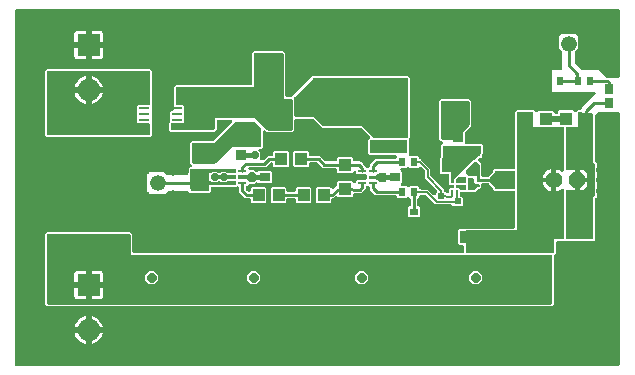
<source format=gbr>
G04 EAGLE Gerber RS-274X export*
G75*
%MOMM*%
%FSLAX34Y34*%
%LPD*%
%INTop Copper*%
%IPPOS*%
%AMOC8*
5,1,8,0,0,1.08239X$1,22.5*%
G01*
%ADD10R,1.600000X1.300000*%
%ADD11R,1.080000X1.050000*%
%ADD12R,1.050000X1.080000*%
%ADD13R,0.740000X0.925000*%
%ADD14R,0.925000X0.740000*%
%ADD15R,0.381000X1.143000*%
%ADD16R,0.600000X0.500000*%
%ADD17P,1.515346X8X202.500000*%
%ADD18C,1.400000*%
%ADD19R,1.905000X1.905000*%
%ADD20C,1.905000*%
%ADD21C,1.333500*%
%ADD22R,1.100000X1.000000*%
%ADD23C,0.081278*%
%ADD24R,1.500000X1.300000*%
%ADD25R,0.600000X0.700000*%
%ADD26R,1.000000X1.100000*%
%ADD27R,0.700000X0.600000*%
%ADD28R,0.838200X0.254000*%
%ADD29R,1.295400X1.092200*%
%ADD30C,0.182878*%
%ADD31R,0.723900X0.215900*%
%ADD32C,0.231141*%
%ADD33R,0.901700X0.850900*%
%ADD34R,0.280000X0.430000*%
%ADD35R,1.803000X1.600000*%
%ADD36R,0.508000X0.889000*%
%ADD37R,1.905000X0.889000*%
%ADD38P,0.649434X8X22.500000*%
%ADD39C,0.254000*%
%ADD40C,0.381000*%
%ADD41P,0.324717X8X22.500000*%
%ADD42C,0.127000*%
%ADD43C,0.508000*%
%ADD44P,0.865912X8X22.500000*%

G36*
X511928Y1286D02*
X511928Y1286D01*
X512047Y1293D01*
X512085Y1306D01*
X512126Y1311D01*
X512236Y1354D01*
X512349Y1391D01*
X512384Y1413D01*
X512421Y1428D01*
X512517Y1497D01*
X512618Y1561D01*
X512646Y1591D01*
X512679Y1614D01*
X512755Y1706D01*
X512836Y1793D01*
X512856Y1828D01*
X512881Y1859D01*
X512932Y1967D01*
X512990Y2071D01*
X513000Y2111D01*
X513017Y2147D01*
X513039Y2264D01*
X513069Y2379D01*
X513073Y2439D01*
X513077Y2459D01*
X513075Y2480D01*
X513079Y2540D01*
X513079Y215138D01*
X513064Y215256D01*
X513057Y215375D01*
X513044Y215413D01*
X513039Y215454D01*
X512996Y215564D01*
X512959Y215677D01*
X512937Y215712D01*
X512922Y215749D01*
X512853Y215845D01*
X512789Y215946D01*
X512759Y215974D01*
X512736Y216007D01*
X512644Y216083D01*
X512557Y216164D01*
X512522Y216184D01*
X512491Y216209D01*
X512383Y216260D01*
X512279Y216318D01*
X512239Y216328D01*
X512203Y216345D01*
X512086Y216367D01*
X511971Y216397D01*
X511911Y216401D01*
X511891Y216405D01*
X511870Y216403D01*
X511810Y216407D01*
X495423Y216407D01*
X495325Y216395D01*
X495226Y216392D01*
X495168Y216375D01*
X495108Y216367D01*
X495016Y216331D01*
X494921Y216303D01*
X494868Y216273D01*
X494812Y216250D01*
X494732Y216192D01*
X494647Y216142D01*
X494571Y216076D01*
X494555Y216064D01*
X494547Y216054D01*
X494526Y216036D01*
X493386Y214896D01*
X492752Y214261D01*
X492691Y214183D01*
X492623Y214111D01*
X492594Y214058D01*
X492557Y214010D01*
X492517Y213919D01*
X492469Y213832D01*
X492454Y213774D01*
X492430Y213718D01*
X492415Y213620D01*
X492390Y213524D01*
X492384Y213424D01*
X492380Y213404D01*
X492382Y213392D01*
X492380Y213364D01*
X492380Y174666D01*
X492392Y174568D01*
X492395Y174469D01*
X492412Y174411D01*
X492420Y174351D01*
X492456Y174259D01*
X492484Y174164D01*
X492514Y174111D01*
X492537Y174055D01*
X492595Y173975D01*
X492645Y173890D01*
X492711Y173814D01*
X492723Y173798D01*
X492733Y173790D01*
X492751Y173769D01*
X493650Y172871D01*
X493650Y144629D01*
X492751Y143731D01*
X492691Y143653D01*
X492623Y143581D01*
X492594Y143528D01*
X492557Y143480D01*
X492517Y143389D01*
X492469Y143302D01*
X492454Y143244D01*
X492430Y143188D01*
X492415Y143090D01*
X492390Y142994D01*
X492384Y142894D01*
X492380Y142874D01*
X492382Y142862D01*
X492380Y142834D01*
X492380Y108325D01*
X491115Y107060D01*
X467592Y107060D01*
X467537Y107089D01*
X467497Y107097D01*
X467460Y107113D01*
X467343Y107132D01*
X467226Y107158D01*
X467186Y107157D01*
X467146Y107163D01*
X467028Y107152D01*
X466909Y107149D01*
X466870Y107137D01*
X466830Y107134D01*
X466718Y107093D01*
X466604Y107060D01*
X460629Y107060D01*
X460511Y107045D01*
X460392Y107038D01*
X460354Y107025D01*
X460313Y107020D01*
X460203Y106977D01*
X460090Y106940D01*
X460055Y106918D01*
X460018Y106903D01*
X459922Y106834D01*
X459821Y106770D01*
X459793Y106740D01*
X459760Y106717D01*
X459684Y106625D01*
X459603Y106538D01*
X459583Y106503D01*
X459558Y106472D01*
X459507Y106364D01*
X459449Y106260D01*
X459439Y106220D01*
X459422Y106184D01*
X459400Y106067D01*
X459370Y105952D01*
X459366Y105892D01*
X459362Y105872D01*
X459364Y105851D01*
X459360Y105791D01*
X459360Y96895D01*
X457826Y95362D01*
X457766Y95284D01*
X457698Y95212D01*
X457669Y95159D01*
X457632Y95111D01*
X457592Y95020D01*
X457544Y94933D01*
X457529Y94875D01*
X457505Y94819D01*
X457490Y94721D01*
X457465Y94625D01*
X457459Y94525D01*
X457455Y94505D01*
X457457Y94493D01*
X457455Y94465D01*
X457455Y53452D01*
X455818Y51815D01*
X28052Y51815D01*
X26415Y53452D01*
X26415Y112918D01*
X28052Y114555D01*
X98948Y114555D01*
X100585Y112918D01*
X100585Y98044D01*
X100600Y97926D01*
X100607Y97807D01*
X100620Y97769D01*
X100625Y97728D01*
X100668Y97618D01*
X100705Y97505D01*
X100727Y97470D01*
X100742Y97433D01*
X100811Y97337D01*
X100875Y97236D01*
X100905Y97208D01*
X100928Y97175D01*
X101020Y97099D01*
X101107Y97018D01*
X101142Y96998D01*
X101173Y96973D01*
X101281Y96922D01*
X101385Y96864D01*
X101425Y96854D01*
X101461Y96837D01*
X101578Y96815D01*
X101693Y96785D01*
X101753Y96781D01*
X101773Y96777D01*
X101794Y96779D01*
X101854Y96775D01*
X380111Y96775D01*
X380229Y96790D01*
X380348Y96797D01*
X380386Y96810D01*
X380427Y96815D01*
X380537Y96858D01*
X380650Y96895D01*
X380685Y96917D01*
X380722Y96932D01*
X380818Y97001D01*
X380919Y97065D01*
X380947Y97095D01*
X380980Y97118D01*
X381056Y97210D01*
X381137Y97297D01*
X381157Y97332D01*
X381182Y97363D01*
X381233Y97471D01*
X381291Y97575D01*
X381301Y97615D01*
X381318Y97651D01*
X381340Y97768D01*
X381370Y97883D01*
X381374Y97943D01*
X381378Y97963D01*
X381376Y97984D01*
X381380Y98044D01*
X381380Y102196D01*
X381365Y102314D01*
X381358Y102433D01*
X381345Y102471D01*
X381340Y102512D01*
X381297Y102622D01*
X381260Y102735D01*
X381238Y102770D01*
X381223Y102807D01*
X381154Y102903D01*
X381090Y103004D01*
X381060Y103032D01*
X381037Y103065D01*
X380945Y103141D01*
X380858Y103222D01*
X380823Y103242D01*
X380792Y103267D01*
X380684Y103318D01*
X380580Y103376D01*
X380540Y103386D01*
X380504Y103403D01*
X380387Y103425D01*
X380272Y103455D01*
X380212Y103459D01*
X380192Y103463D01*
X380171Y103461D01*
X380111Y103465D01*
X377518Y103465D01*
X376625Y104358D01*
X376625Y116622D01*
X377518Y117515D01*
X381905Y117515D01*
X382003Y117527D01*
X382102Y117530D01*
X382160Y117547D01*
X382220Y117555D01*
X382312Y117591D01*
X382408Y117619D01*
X382460Y117649D01*
X382516Y117672D01*
X382596Y117730D01*
X423291Y117730D01*
X423409Y117745D01*
X423528Y117752D01*
X423566Y117765D01*
X423607Y117770D01*
X423717Y117813D01*
X423830Y117850D01*
X423865Y117872D01*
X423902Y117887D01*
X423998Y117956D01*
X424099Y118020D01*
X424127Y118050D01*
X424160Y118073D01*
X424236Y118165D01*
X424317Y118252D01*
X424337Y118287D01*
X424362Y118318D01*
X424413Y118426D01*
X424471Y118530D01*
X424481Y118570D01*
X424498Y118606D01*
X424520Y118723D01*
X424550Y118838D01*
X424554Y118898D01*
X424558Y118918D01*
X424556Y118939D01*
X424560Y118999D01*
X424560Y148209D01*
X424545Y148327D01*
X424538Y148446D01*
X424525Y148484D01*
X424520Y148525D01*
X424477Y148635D01*
X424440Y148748D01*
X424418Y148783D01*
X424403Y148820D01*
X424334Y148916D01*
X424270Y149017D01*
X424240Y149045D01*
X424217Y149078D01*
X424125Y149154D01*
X424038Y149235D01*
X424003Y149255D01*
X423972Y149280D01*
X423864Y149331D01*
X423760Y149389D01*
X423720Y149399D01*
X423684Y149416D01*
X423567Y149438D01*
X423452Y149468D01*
X423392Y149472D01*
X423372Y149476D01*
X423351Y149474D01*
X423291Y149478D01*
X407240Y149478D01*
X406272Y150446D01*
X406272Y151444D01*
X406260Y151542D01*
X406257Y151641D01*
X406240Y151700D01*
X406232Y151760D01*
X406196Y151852D01*
X406168Y151947D01*
X406138Y151999D01*
X406115Y152055D01*
X406057Y152135D01*
X406007Y152221D01*
X405941Y152296D01*
X405929Y152313D01*
X405919Y152320D01*
X405901Y152342D01*
X402659Y155584D01*
X402580Y155644D01*
X402508Y155712D01*
X402455Y155741D01*
X402407Y155778D01*
X402316Y155818D01*
X402230Y155866D01*
X402171Y155881D01*
X402115Y155905D01*
X402018Y155920D01*
X401922Y155945D01*
X401822Y155951D01*
X401801Y155955D01*
X401789Y155953D01*
X401761Y155955D01*
X397256Y155955D01*
X397138Y155940D01*
X397019Y155933D01*
X396981Y155920D01*
X396940Y155915D01*
X396830Y155872D01*
X396717Y155835D01*
X396682Y155813D01*
X396645Y155798D01*
X396549Y155729D01*
X396448Y155665D01*
X396420Y155635D01*
X396387Y155612D01*
X396311Y155520D01*
X396230Y155433D01*
X396210Y155398D01*
X396185Y155367D01*
X396134Y155259D01*
X396076Y155155D01*
X396066Y155115D01*
X396049Y155079D01*
X396027Y154962D01*
X395997Y154847D01*
X395993Y154786D01*
X395989Y154767D01*
X395991Y154746D01*
X395987Y154686D01*
X395987Y153113D01*
X394130Y151256D01*
X393894Y151256D01*
X393796Y151244D01*
X393697Y151241D01*
X393638Y151224D01*
X393578Y151216D01*
X393486Y151180D01*
X393391Y151152D01*
X393339Y151122D01*
X393283Y151099D01*
X393203Y151041D01*
X393117Y150991D01*
X393042Y150925D01*
X393025Y150913D01*
X393018Y150903D01*
X392996Y150885D01*
X390701Y148589D01*
X384115Y148589D01*
X384017Y148577D01*
X383918Y148574D01*
X383859Y148557D01*
X383799Y148549D01*
X383707Y148513D01*
X383612Y148485D01*
X383573Y148462D01*
X378809Y148462D01*
X378691Y148447D01*
X378572Y148440D01*
X378534Y148427D01*
X378493Y148422D01*
X378383Y148379D01*
X378270Y148342D01*
X378235Y148320D01*
X378198Y148305D01*
X378102Y148236D01*
X378001Y148172D01*
X377973Y148142D01*
X377940Y148119D01*
X377864Y148027D01*
X377783Y147940D01*
X377763Y147905D01*
X377738Y147874D01*
X377687Y147766D01*
X377629Y147662D01*
X377619Y147622D01*
X377602Y147586D01*
X377580Y147469D01*
X377550Y147354D01*
X377546Y147294D01*
X377542Y147274D01*
X377544Y147253D01*
X377540Y147193D01*
X377540Y145910D01*
X377555Y145792D01*
X377562Y145673D01*
X377575Y145635D01*
X377580Y145594D01*
X377623Y145484D01*
X377660Y145371D01*
X377682Y145336D01*
X377697Y145299D01*
X377766Y145203D01*
X377830Y145102D01*
X377860Y145074D01*
X377883Y145041D01*
X377975Y144965D01*
X378062Y144884D01*
X378097Y144864D01*
X378128Y144839D01*
X378236Y144788D01*
X378340Y144730D01*
X378380Y144720D01*
X378416Y144703D01*
X378533Y144681D01*
X378648Y144651D01*
X378708Y144647D01*
X378728Y144643D01*
X378749Y144645D01*
X378809Y144641D01*
X379552Y144641D01*
X380445Y143748D01*
X380445Y137484D01*
X379552Y136591D01*
X372288Y136591D01*
X371145Y137735D01*
X371067Y137795D01*
X370995Y137863D01*
X370942Y137892D01*
X370894Y137929D01*
X370803Y137969D01*
X370716Y138017D01*
X370658Y138032D01*
X370602Y138056D01*
X370504Y138071D01*
X370408Y138096D01*
X370308Y138102D01*
X370288Y138106D01*
X370276Y138104D01*
X370248Y138106D01*
X357166Y138106D01*
X349214Y146059D01*
X349136Y146119D01*
X349064Y146187D01*
X349011Y146216D01*
X348963Y146253D01*
X348872Y146293D01*
X348785Y146341D01*
X348727Y146356D01*
X348671Y146380D01*
X348573Y146395D01*
X348477Y146420D01*
X348377Y146426D01*
X348357Y146430D01*
X348345Y146428D01*
X348317Y146430D01*
X344804Y146430D01*
X344686Y146415D01*
X344567Y146408D01*
X344529Y146395D01*
X344488Y146390D01*
X344378Y146347D01*
X344265Y146310D01*
X344230Y146288D01*
X344193Y146273D01*
X344097Y146204D01*
X343996Y146140D01*
X343968Y146110D01*
X343935Y146087D01*
X343859Y145995D01*
X343778Y145908D01*
X343758Y145873D01*
X343733Y145842D01*
X343682Y145734D01*
X343624Y145630D01*
X343614Y145590D01*
X343597Y145554D01*
X343575Y145437D01*
X343545Y145322D01*
X343541Y145262D01*
X343537Y145242D01*
X343539Y145221D01*
X343535Y145161D01*
X343535Y144458D01*
X342499Y143423D01*
X342463Y143408D01*
X342367Y143339D01*
X342266Y143275D01*
X342238Y143245D01*
X342205Y143222D01*
X342129Y143130D01*
X342048Y143043D01*
X342028Y143008D01*
X342003Y142977D01*
X341952Y142869D01*
X341894Y142765D01*
X341884Y142725D01*
X341867Y142689D01*
X341845Y142572D01*
X341815Y142457D01*
X341811Y142397D01*
X341807Y142377D01*
X341809Y142356D01*
X341805Y142296D01*
X341805Y137794D01*
X341820Y137676D01*
X341827Y137557D01*
X341840Y137519D01*
X341845Y137478D01*
X341888Y137368D01*
X341925Y137255D01*
X341947Y137220D01*
X341962Y137183D01*
X342031Y137087D01*
X342095Y136986D01*
X342125Y136958D01*
X342148Y136925D01*
X342240Y136849D01*
X342327Y136768D01*
X342362Y136748D01*
X342393Y136723D01*
X342501Y136672D01*
X342605Y136614D01*
X342645Y136604D01*
X342681Y136587D01*
X342798Y136565D01*
X342913Y136535D01*
X342973Y136531D01*
X342993Y136527D01*
X343014Y136529D01*
X343074Y136525D01*
X343222Y136525D01*
X344115Y135632D01*
X344115Y128368D01*
X343222Y127475D01*
X334958Y127475D01*
X334065Y128368D01*
X334065Y135632D01*
X334960Y136527D01*
X335064Y136540D01*
X335183Y136547D01*
X335221Y136560D01*
X335262Y136565D01*
X335372Y136608D01*
X335485Y136645D01*
X335520Y136667D01*
X335557Y136682D01*
X335653Y136751D01*
X335754Y136815D01*
X335782Y136845D01*
X335815Y136868D01*
X335891Y136960D01*
X335972Y137047D01*
X335992Y137082D01*
X336017Y137113D01*
X336068Y137221D01*
X336126Y137325D01*
X336136Y137365D01*
X336153Y137401D01*
X336175Y137518D01*
X336205Y137633D01*
X336209Y137693D01*
X336213Y137713D01*
X336211Y137734D01*
X336215Y137794D01*
X336215Y142296D01*
X336200Y142414D01*
X336193Y142533D01*
X336180Y142571D01*
X336175Y142612D01*
X336132Y142722D01*
X336095Y142835D01*
X336073Y142870D01*
X336058Y142907D01*
X335989Y143003D01*
X335925Y143104D01*
X335895Y143132D01*
X335872Y143165D01*
X335780Y143241D01*
X335693Y143322D01*
X335658Y143342D01*
X335627Y143367D01*
X335532Y143412D01*
X334907Y144036D01*
X334813Y144109D01*
X334724Y144188D01*
X334688Y144206D01*
X334656Y144231D01*
X334547Y144279D01*
X334441Y144333D01*
X334402Y144341D01*
X334364Y144357D01*
X334247Y144376D01*
X334131Y144402D01*
X334090Y144401D01*
X334050Y144407D01*
X333932Y144396D01*
X333813Y144393D01*
X333774Y144381D01*
X333734Y144378D01*
X333622Y144337D01*
X333507Y144304D01*
X333472Y144284D01*
X333434Y144270D01*
X333336Y144203D01*
X333233Y144143D01*
X333188Y144103D01*
X333171Y144091D01*
X333158Y144076D01*
X333112Y144036D01*
X332642Y143565D01*
X325378Y143565D01*
X324485Y144458D01*
X324485Y144526D01*
X324470Y144644D01*
X324463Y144763D01*
X324450Y144801D01*
X324445Y144842D01*
X324402Y144952D01*
X324365Y145065D01*
X324343Y145100D01*
X324328Y145137D01*
X324259Y145233D01*
X324195Y145334D01*
X324165Y145362D01*
X324142Y145395D01*
X324050Y145471D01*
X323963Y145552D01*
X323928Y145572D01*
X323897Y145597D01*
X323789Y145648D01*
X323685Y145706D01*
X323645Y145716D01*
X323609Y145733D01*
X323492Y145755D01*
X323377Y145785D01*
X323317Y145789D01*
X323297Y145793D01*
X323276Y145791D01*
X323216Y145795D01*
X306182Y145795D01*
X301370Y150607D01*
X301370Y152417D01*
X301355Y152535D01*
X301348Y152653D01*
X301335Y152692D01*
X301330Y152732D01*
X301287Y152843D01*
X301250Y152956D01*
X301228Y152990D01*
X301213Y153028D01*
X301144Y153124D01*
X301080Y153225D01*
X301050Y153252D01*
X301027Y153285D01*
X300935Y153361D01*
X300848Y153443D01*
X300813Y153462D01*
X300782Y153488D01*
X300674Y153539D01*
X300570Y153596D01*
X300530Y153606D01*
X300494Y153623D01*
X300377Y153646D01*
X300262Y153676D01*
X300202Y153679D01*
X300182Y153683D01*
X300161Y153682D01*
X300101Y153686D01*
X299339Y153686D01*
X299221Y153671D01*
X299102Y153663D01*
X299064Y153651D01*
X299023Y153646D01*
X298913Y153602D01*
X298800Y153565D01*
X298765Y153544D01*
X298728Y153529D01*
X298632Y153459D01*
X298531Y153395D01*
X298503Y153366D01*
X298470Y153342D01*
X298394Y153250D01*
X298313Y153164D01*
X298293Y153128D01*
X298268Y153097D01*
X298217Y152989D01*
X298159Y152885D01*
X298149Y152846D01*
X298132Y152809D01*
X298110Y152693D01*
X298080Y152577D01*
X298076Y152517D01*
X298072Y152497D01*
X298074Y152477D01*
X298070Y152417D01*
X298070Y151614D01*
X296376Y149921D01*
X296323Y149853D01*
X296263Y149791D01*
X296230Y149735D01*
X295209Y148753D01*
X295204Y148747D01*
X295191Y148735D01*
X294378Y147922D01*
X293228Y147945D01*
X293220Y147944D01*
X293203Y147945D01*
X291782Y147945D01*
X291712Y147965D01*
X291579Y147976D01*
X291567Y147978D01*
X291562Y147977D01*
X291552Y147978D01*
X288889Y148031D01*
X288758Y148017D01*
X288627Y148009D01*
X288601Y148001D01*
X288573Y147998D01*
X288449Y147952D01*
X288325Y147911D01*
X288301Y147896D01*
X288275Y147887D01*
X288167Y147811D01*
X288056Y147741D01*
X288037Y147721D01*
X288014Y147705D01*
X287928Y147605D01*
X287838Y147509D01*
X287824Y147485D01*
X287806Y147464D01*
X287748Y147346D01*
X287684Y147231D01*
X287677Y147204D01*
X287665Y147179D01*
X287638Y147050D01*
X287605Y146923D01*
X287602Y146884D01*
X287599Y146868D01*
X287600Y146846D01*
X287595Y146762D01*
X287595Y145108D01*
X286702Y144215D01*
X274638Y144215D01*
X274091Y144763D01*
X273997Y144836D01*
X273907Y144915D01*
X273871Y144933D01*
X273839Y144958D01*
X273730Y145005D01*
X273624Y145060D01*
X273585Y145068D01*
X273547Y145084D01*
X273430Y145103D01*
X273314Y145129D01*
X273273Y145128D01*
X273233Y145134D01*
X273115Y145123D01*
X272996Y145120D01*
X272957Y145108D01*
X272917Y145105D01*
X272805Y145064D01*
X272690Y145031D01*
X272656Y145011D01*
X272617Y144997D01*
X272519Y144930D01*
X272416Y144870D01*
X272371Y144830D01*
X272354Y144818D01*
X272341Y144803D01*
X272296Y144763D01*
X270788Y143255D01*
X270294Y143255D01*
X270176Y143240D01*
X270057Y143233D01*
X270019Y143220D01*
X269978Y143215D01*
X269868Y143172D01*
X269755Y143135D01*
X269720Y143113D01*
X269683Y143098D01*
X269587Y143029D01*
X269486Y142965D01*
X269458Y142935D01*
X269425Y142912D01*
X269349Y142820D01*
X269268Y142733D01*
X269248Y142698D01*
X269223Y142667D01*
X269172Y142559D01*
X269114Y142455D01*
X269104Y142415D01*
X269087Y142379D01*
X269065Y142262D01*
X269035Y142147D01*
X269031Y142087D01*
X269027Y142067D01*
X269029Y142046D01*
X269025Y141986D01*
X269025Y139918D01*
X268132Y139025D01*
X256868Y139025D01*
X255975Y139918D01*
X255975Y152182D01*
X256868Y153075D01*
X268132Y153075D01*
X269067Y152139D01*
X269116Y152017D01*
X269163Y151886D01*
X269174Y151869D01*
X269182Y151850D01*
X269263Y151738D01*
X269341Y151623D01*
X269357Y151609D01*
X269368Y151593D01*
X269476Y151504D01*
X269580Y151412D01*
X269598Y151403D01*
X269613Y151390D01*
X269739Y151331D01*
X269863Y151267D01*
X269883Y151263D01*
X269901Y151254D01*
X270038Y151228D01*
X270173Y151198D01*
X270194Y151198D01*
X270213Y151195D01*
X270352Y151203D01*
X270491Y151207D01*
X270511Y151213D01*
X270531Y151214D01*
X270663Y151257D01*
X270797Y151296D01*
X270814Y151306D01*
X270833Y151312D01*
X270951Y151387D01*
X271071Y151457D01*
X271092Y151476D01*
X271102Y151483D01*
X271116Y151498D01*
X271191Y151564D01*
X272287Y152660D01*
X272296Y152671D01*
X272322Y152695D01*
X273408Y153871D01*
X273451Y153931D01*
X273502Y153985D01*
X273543Y154060D01*
X273593Y154130D01*
X273620Y154199D01*
X273656Y154264D01*
X273677Y154346D01*
X273708Y154426D01*
X273717Y154500D01*
X273735Y154572D01*
X273745Y154732D01*
X273745Y156872D01*
X274638Y157765D01*
X286702Y157765D01*
X287964Y156502D01*
X288074Y156417D01*
X288181Y156328D01*
X288199Y156320D01*
X288215Y156307D01*
X288343Y156252D01*
X288469Y156193D01*
X288488Y156189D01*
X288507Y156181D01*
X288645Y156159D01*
X288781Y156133D01*
X288801Y156134D01*
X288821Y156131D01*
X288960Y156144D01*
X289098Y156153D01*
X289118Y156159D01*
X289138Y156161D01*
X289269Y156208D01*
X289401Y156251D01*
X289418Y156262D01*
X289437Y156269D01*
X289552Y156347D01*
X289670Y156421D01*
X289684Y156436D01*
X289700Y156447D01*
X289792Y156551D01*
X289888Y156653D01*
X289897Y156670D01*
X289911Y156686D01*
X289974Y156810D01*
X290041Y156931D01*
X290046Y156951D01*
X290055Y156969D01*
X290086Y157105D01*
X290121Y157239D01*
X290122Y157267D01*
X290125Y157279D01*
X290124Y157300D01*
X290131Y157400D01*
X290131Y158001D01*
X291024Y158894D01*
X293401Y158894D01*
X293500Y158907D01*
X293599Y158910D01*
X293657Y158926D01*
X293717Y158934D01*
X293809Y158971D01*
X293904Y158998D01*
X293956Y159029D01*
X294012Y159051D01*
X294059Y159085D01*
X296485Y159085D01*
X296503Y159071D01*
X296593Y159032D01*
X296680Y158984D01*
X296739Y158969D01*
X296794Y158945D01*
X296892Y158929D01*
X296988Y158904D01*
X297088Y158898D01*
X297108Y158895D01*
X297121Y158896D01*
X297149Y158894D01*
X297752Y158894D01*
X297870Y158909D01*
X297988Y158917D01*
X298027Y158929D01*
X298067Y158934D01*
X298178Y158978D01*
X298291Y159015D01*
X298325Y159036D01*
X298363Y159051D01*
X298459Y159121D01*
X298560Y159185D01*
X298587Y159214D01*
X298620Y159238D01*
X298696Y159330D01*
X298778Y159416D01*
X298797Y159452D01*
X298823Y159483D01*
X298874Y159591D01*
X298931Y159695D01*
X298941Y159734D01*
X298958Y159771D01*
X298981Y159887D01*
X299011Y160003D01*
X299014Y160063D01*
X299018Y160083D01*
X299017Y160103D01*
X299021Y160163D01*
X299021Y162417D01*
X299006Y162535D01*
X298998Y162653D01*
X298986Y162692D01*
X298981Y162732D01*
X298937Y162843D01*
X298900Y162956D01*
X298879Y162990D01*
X298864Y163028D01*
X298794Y163124D01*
X298730Y163225D01*
X298701Y163252D01*
X298677Y163285D01*
X298585Y163361D01*
X298499Y163443D01*
X298463Y163462D01*
X298432Y163488D01*
X298324Y163539D01*
X298220Y163596D01*
X298181Y163606D01*
X298144Y163623D01*
X298028Y163646D01*
X297912Y163676D01*
X297852Y163679D01*
X297832Y163683D01*
X297812Y163682D01*
X297752Y163686D01*
X297149Y163686D01*
X297050Y163673D01*
X296951Y163670D01*
X296893Y163654D01*
X296833Y163646D01*
X296741Y163609D01*
X296646Y163582D01*
X296594Y163551D01*
X296538Y163529D01*
X296491Y163495D01*
X294065Y163495D01*
X294047Y163509D01*
X293957Y163548D01*
X293870Y163596D01*
X293811Y163611D01*
X293756Y163635D01*
X293658Y163651D01*
X293562Y163676D01*
X293462Y163682D01*
X293442Y163685D01*
X293429Y163684D01*
X293401Y163686D01*
X291024Y163686D01*
X290131Y164579D01*
X290131Y165180D01*
X290113Y165318D01*
X290100Y165457D01*
X290093Y165476D01*
X290091Y165496D01*
X290040Y165625D01*
X289993Y165756D01*
X289981Y165773D01*
X289974Y165791D01*
X289892Y165904D01*
X289814Y166019D01*
X289799Y166032D01*
X289787Y166049D01*
X289680Y166138D01*
X289576Y166229D01*
X289558Y166239D01*
X289542Y166252D01*
X289416Y166311D01*
X289292Y166374D01*
X289273Y166379D01*
X289254Y166387D01*
X289118Y166413D01*
X288982Y166444D01*
X288962Y166443D01*
X288942Y166447D01*
X288804Y166438D01*
X288664Y166434D01*
X288645Y166428D01*
X288625Y166427D01*
X288493Y166384D01*
X288359Y166346D01*
X288341Y166335D01*
X288322Y166329D01*
X288204Y166255D01*
X288085Y166184D01*
X288064Y166166D01*
X288053Y166159D01*
X288039Y166144D01*
X287964Y166078D01*
X286702Y164815D01*
X274638Y164815D01*
X273745Y165708D01*
X273745Y167641D01*
X273731Y167750D01*
X273726Y167860D01*
X273712Y167907D01*
X273705Y167956D01*
X273665Y168059D01*
X273632Y168164D01*
X273607Y168206D01*
X273588Y168252D01*
X273524Y168341D01*
X273466Y168435D01*
X273431Y168469D01*
X273402Y168509D01*
X273316Y168580D01*
X273237Y168656D01*
X273195Y168681D01*
X273157Y168712D01*
X273057Y168759D01*
X272961Y168814D01*
X272913Y168827D01*
X272869Y168848D01*
X272761Y168868D01*
X272654Y168897D01*
X272578Y168903D01*
X272557Y168908D01*
X272539Y168906D01*
X272494Y168910D01*
X262879Y169045D01*
X262873Y169044D01*
X262861Y169045D01*
X261709Y169045D01*
X260906Y169871D01*
X260901Y169875D01*
X260893Y169884D01*
X257414Y173364D01*
X257336Y173424D01*
X257264Y173492D01*
X257211Y173521D01*
X257163Y173558D01*
X257072Y173598D01*
X256985Y173646D01*
X256927Y173661D01*
X256871Y173685D01*
X256773Y173700D01*
X256677Y173725D01*
X256577Y173731D01*
X256557Y173735D01*
X256545Y173733D01*
X256517Y173735D01*
X251244Y173735D01*
X251126Y173720D01*
X251007Y173713D01*
X250969Y173700D01*
X250928Y173695D01*
X250818Y173652D01*
X250705Y173615D01*
X250670Y173593D01*
X250633Y173578D01*
X250537Y173509D01*
X250436Y173445D01*
X250408Y173415D01*
X250375Y173392D01*
X250299Y173300D01*
X250218Y173213D01*
X250198Y173178D01*
X250173Y173147D01*
X250122Y173039D01*
X250064Y172935D01*
X250054Y172895D01*
X250037Y172859D01*
X250015Y172742D01*
X249985Y172627D01*
X249981Y172567D01*
X249977Y172547D01*
X249979Y172526D01*
X249975Y172466D01*
X249975Y170398D01*
X249082Y169505D01*
X237818Y169505D01*
X236925Y170398D01*
X236925Y182662D01*
X237818Y183555D01*
X249082Y183555D01*
X249975Y182662D01*
X249975Y180594D01*
X249990Y180476D01*
X249997Y180357D01*
X250010Y180319D01*
X250015Y180278D01*
X250058Y180168D01*
X250095Y180055D01*
X250117Y180020D01*
X250132Y179983D01*
X250201Y179887D01*
X250265Y179786D01*
X250295Y179758D01*
X250318Y179725D01*
X250410Y179649D01*
X250497Y179568D01*
X250532Y179548D01*
X250563Y179523D01*
X250671Y179472D01*
X250775Y179414D01*
X250815Y179404D01*
X250851Y179387D01*
X250968Y179365D01*
X251083Y179335D01*
X251143Y179331D01*
X251163Y179327D01*
X251184Y179329D01*
X251244Y179325D01*
X259358Y179325D01*
X261366Y177316D01*
X263699Y174983D01*
X263771Y174927D01*
X263835Y174865D01*
X263896Y174831D01*
X263951Y174788D01*
X264034Y174752D01*
X264112Y174707D01*
X264179Y174689D01*
X264243Y174662D01*
X264332Y174647D01*
X264419Y174624D01*
X264541Y174614D01*
X264557Y174612D01*
X264564Y174612D01*
X264579Y174611D01*
X272458Y174500D01*
X272585Y174515D01*
X272713Y174523D01*
X272743Y174532D01*
X272774Y174536D01*
X272894Y174581D01*
X273015Y174621D01*
X273042Y174637D01*
X273072Y174649D01*
X273176Y174722D01*
X273284Y174791D01*
X273306Y174814D01*
X273331Y174832D01*
X273414Y174929D01*
X273502Y175022D01*
X273517Y175050D01*
X273538Y175074D01*
X273594Y175189D01*
X273656Y175301D01*
X273663Y175331D01*
X273677Y175360D01*
X273703Y175485D01*
X273735Y175609D01*
X273738Y175654D01*
X273741Y175671D01*
X273740Y175693D01*
X273745Y175770D01*
X273745Y177472D01*
X274638Y178365D01*
X286702Y178365D01*
X287595Y177472D01*
X287595Y175828D01*
X287611Y175697D01*
X287622Y175565D01*
X287631Y175540D01*
X287635Y175513D01*
X287683Y175390D01*
X287727Y175265D01*
X287742Y175242D01*
X287752Y175217D01*
X287829Y175110D01*
X287903Y175000D01*
X287923Y174982D01*
X287938Y174960D01*
X288041Y174875D01*
X288139Y174787D01*
X288163Y174774D01*
X288183Y174757D01*
X288303Y174700D01*
X288420Y174639D01*
X288447Y174633D01*
X288471Y174621D01*
X288601Y174597D01*
X288730Y174566D01*
X288768Y174565D01*
X288783Y174562D01*
X288805Y174563D01*
X288891Y174559D01*
X290789Y174600D01*
X290874Y174612D01*
X290960Y174615D01*
X291029Y174635D01*
X292438Y174635D01*
X292446Y174636D01*
X292465Y174635D01*
X293614Y174659D01*
X294427Y173847D01*
X294433Y173842D01*
X294446Y173828D01*
X295465Y172851D01*
X295506Y172782D01*
X295595Y172680D01*
X295602Y172671D01*
X295606Y172669D01*
X295612Y172661D01*
X298070Y170204D01*
X298070Y170163D01*
X298085Y170045D01*
X298092Y169927D01*
X298105Y169888D01*
X298110Y169848D01*
X298153Y169737D01*
X298190Y169624D01*
X298212Y169590D01*
X298227Y169552D01*
X298296Y169456D01*
X298360Y169355D01*
X298390Y169328D01*
X298413Y169295D01*
X298505Y169219D01*
X298592Y169137D01*
X298627Y169118D01*
X298658Y169092D01*
X298766Y169041D01*
X298870Y168984D01*
X298910Y168974D01*
X298946Y168957D01*
X299063Y168934D01*
X299178Y168904D01*
X299238Y168901D01*
X299258Y168897D01*
X299279Y168898D01*
X299339Y168894D01*
X300101Y168894D01*
X300219Y168909D01*
X300338Y168917D01*
X300376Y168929D01*
X300417Y168934D01*
X300527Y168978D01*
X300640Y169015D01*
X300675Y169036D01*
X300712Y169051D01*
X300808Y169121D01*
X300909Y169185D01*
X300937Y169214D01*
X300970Y169238D01*
X301046Y169330D01*
X301127Y169416D01*
X301147Y169452D01*
X301172Y169483D01*
X301223Y169591D01*
X301281Y169695D01*
X301291Y169734D01*
X301308Y169771D01*
X301330Y169887D01*
X301360Y170003D01*
X301364Y170063D01*
X301368Y170083D01*
X301366Y170103D01*
X301370Y170163D01*
X301370Y171973D01*
X306182Y176785D01*
X323216Y176785D01*
X323334Y176800D01*
X323453Y176807D01*
X323491Y176820D01*
X323532Y176825D01*
X323642Y176868D01*
X323755Y176905D01*
X323790Y176927D01*
X323827Y176942D01*
X323923Y177011D01*
X324024Y177075D01*
X324052Y177105D01*
X324085Y177128D01*
X324161Y177220D01*
X324242Y177307D01*
X324262Y177342D01*
X324287Y177373D01*
X324338Y177481D01*
X324396Y177585D01*
X324406Y177625D01*
X324423Y177661D01*
X324445Y177778D01*
X324475Y177893D01*
X324479Y177953D01*
X324483Y177973D01*
X324481Y177994D01*
X324485Y178054D01*
X324485Y178390D01*
X324498Y178472D01*
X324524Y178609D01*
X324523Y178628D01*
X324526Y178648D01*
X324513Y178787D01*
X324505Y178926D01*
X324499Y178945D01*
X324497Y178965D01*
X324449Y179096D01*
X324407Y179228D01*
X324396Y179245D01*
X324389Y179264D01*
X324311Y179380D01*
X324236Y179497D01*
X324222Y179511D01*
X324211Y179527D01*
X324106Y179620D01*
X324005Y179715D01*
X323987Y179725D01*
X323972Y179738D01*
X323848Y179801D01*
X323726Y179869D01*
X323707Y179874D01*
X323689Y179883D01*
X323553Y179913D01*
X323418Y179948D01*
X323391Y179950D01*
X323379Y179952D01*
X323358Y179952D01*
X323258Y179958D01*
X301365Y179958D01*
X300100Y181223D01*
X300100Y192665D01*
X301669Y194233D01*
X301742Y194328D01*
X301821Y194417D01*
X301839Y194453D01*
X301864Y194485D01*
X301911Y194594D01*
X301966Y194700D01*
X301974Y194739D01*
X301990Y194777D01*
X302009Y194894D01*
X302035Y195010D01*
X302034Y195051D01*
X302040Y195091D01*
X302029Y195209D01*
X302026Y195328D01*
X302014Y195367D01*
X302011Y195407D01*
X301970Y195520D01*
X301937Y195634D01*
X301917Y195668D01*
X301903Y195707D01*
X301836Y195805D01*
X301776Y195908D01*
X301736Y195953D01*
X301724Y195970D01*
X301709Y195983D01*
X301669Y196028D01*
X295124Y202574D01*
X295046Y202634D01*
X294974Y202702D01*
X294921Y202731D01*
X294873Y202768D01*
X294782Y202808D01*
X294695Y202856D01*
X294637Y202871D01*
X294581Y202895D01*
X294483Y202910D01*
X294387Y202935D01*
X294287Y202941D01*
X294267Y202945D01*
X294255Y202943D01*
X294227Y202945D01*
X261732Y202945D01*
X254484Y210194D01*
X254406Y210254D01*
X254334Y210322D01*
X254281Y210351D01*
X254233Y210388D01*
X254142Y210428D01*
X254055Y210476D01*
X253997Y210491D01*
X253941Y210515D01*
X253843Y210530D01*
X253747Y210555D01*
X253647Y210561D01*
X253627Y210565D01*
X253615Y210563D01*
X253587Y210565D01*
X239014Y210565D01*
X238896Y210550D01*
X238777Y210543D01*
X238739Y210530D01*
X238698Y210525D01*
X238588Y210482D01*
X238475Y210445D01*
X238440Y210423D01*
X238403Y210408D01*
X238307Y210339D01*
X238206Y210275D01*
X238178Y210245D01*
X238145Y210222D01*
X238069Y210130D01*
X237988Y210043D01*
X237968Y210008D01*
X237943Y209977D01*
X237892Y209869D01*
X237834Y209765D01*
X237824Y209725D01*
X237807Y209689D01*
X237785Y209572D01*
X237755Y209457D01*
X237751Y209397D01*
X237747Y209377D01*
X237749Y209356D01*
X237745Y209296D01*
X237745Y200772D01*
X236108Y199135D01*
X214488Y199135D01*
X213241Y200382D01*
X213132Y200467D01*
X213025Y200556D01*
X213006Y200565D01*
X212990Y200577D01*
X212862Y200633D01*
X212737Y200692D01*
X212717Y200695D01*
X212698Y200703D01*
X212560Y200725D01*
X212424Y200751D01*
X212404Y200750D01*
X212384Y200753D01*
X212245Y200740D01*
X212107Y200732D01*
X212088Y200725D01*
X212068Y200724D01*
X211936Y200676D01*
X211805Y200634D01*
X211787Y200623D01*
X211768Y200616D01*
X211653Y200538D01*
X211536Y200463D01*
X211522Y200449D01*
X211505Y200437D01*
X211413Y200333D01*
X211318Y200232D01*
X211308Y200214D01*
X211295Y200199D01*
X211231Y200075D01*
X211164Y199953D01*
X211159Y199934D01*
X211150Y199916D01*
X211120Y199780D01*
X211085Y199645D01*
X211083Y199617D01*
X211080Y199605D01*
X211081Y199585D01*
X211075Y199485D01*
X211075Y186802D01*
X209438Y185165D01*
X208473Y185165D01*
X208335Y185148D01*
X208197Y185135D01*
X208177Y185128D01*
X208157Y185125D01*
X208028Y185074D01*
X207897Y185027D01*
X207880Y185016D01*
X207862Y185008D01*
X207749Y184927D01*
X207634Y184849D01*
X207621Y184833D01*
X207604Y184822D01*
X207516Y184714D01*
X207424Y184610D01*
X207414Y184592D01*
X207402Y184577D01*
X207342Y184451D01*
X207279Y184327D01*
X207275Y184307D01*
X207266Y184289D01*
X207240Y184152D01*
X207209Y184017D01*
X207210Y183996D01*
X207206Y183977D01*
X207215Y183838D01*
X207219Y183699D01*
X207225Y183679D01*
X207226Y183659D01*
X207269Y183527D01*
X207307Y183393D01*
X207318Y183376D01*
X207324Y183357D01*
X207399Y183239D01*
X207469Y183119D01*
X207488Y183098D01*
X207494Y183088D01*
X207509Y183074D01*
X207575Y182999D01*
X208995Y181579D01*
X208995Y177831D01*
X208701Y177538D01*
X208616Y177428D01*
X208528Y177321D01*
X208519Y177302D01*
X208506Y177286D01*
X208451Y177158D01*
X208392Y177033D01*
X208388Y177013D01*
X208380Y176994D01*
X208358Y176856D01*
X208332Y176720D01*
X208333Y176700D01*
X208330Y176680D01*
X208343Y176541D01*
X208352Y176403D01*
X208358Y176384D01*
X208360Y176364D01*
X208407Y176233D01*
X208450Y176101D01*
X208461Y176083D01*
X208468Y176064D01*
X208546Y175950D01*
X208620Y175832D01*
X208635Y175818D01*
X208646Y175801D01*
X208750Y175709D01*
X208852Y175614D01*
X208870Y175604D01*
X208885Y175591D01*
X209008Y175528D01*
X209130Y175460D01*
X209150Y175455D01*
X209168Y175446D01*
X209304Y175416D01*
X209438Y175381D01*
X209466Y175379D01*
X209478Y175376D01*
X209499Y175377D01*
X209599Y175371D01*
X210710Y175371D01*
X210808Y175383D01*
X210907Y175386D01*
X210965Y175403D01*
X211025Y175411D01*
X211117Y175447D01*
X211212Y175475D01*
X211265Y175505D01*
X211321Y175528D01*
X211401Y175586D01*
X211486Y175636D01*
X211562Y175702D01*
X211578Y175714D01*
X211586Y175724D01*
X211607Y175742D01*
X215189Y179325D01*
X218656Y179325D01*
X218774Y179340D01*
X218893Y179347D01*
X218931Y179360D01*
X218972Y179365D01*
X219082Y179408D01*
X219195Y179445D01*
X219230Y179467D01*
X219267Y179482D01*
X219363Y179551D01*
X219464Y179615D01*
X219492Y179645D01*
X219525Y179668D01*
X219601Y179760D01*
X219682Y179847D01*
X219702Y179882D01*
X219727Y179913D01*
X219778Y180021D01*
X219836Y180125D01*
X219846Y180165D01*
X219863Y180201D01*
X219885Y180318D01*
X219915Y180433D01*
X219919Y180493D01*
X219923Y180513D01*
X219921Y180534D01*
X219925Y180594D01*
X219925Y182662D01*
X220818Y183555D01*
X232082Y183555D01*
X232975Y182662D01*
X232975Y170398D01*
X232082Y169505D01*
X220818Y169505D01*
X219925Y170398D01*
X219925Y172466D01*
X219910Y172584D01*
X219903Y172703D01*
X219890Y172741D01*
X219885Y172782D01*
X219842Y172892D01*
X219805Y173005D01*
X219783Y173040D01*
X219768Y173077D01*
X219699Y173173D01*
X219635Y173274D01*
X219605Y173302D01*
X219582Y173335D01*
X219490Y173411D01*
X219403Y173492D01*
X219368Y173512D01*
X219337Y173537D01*
X219229Y173588D01*
X219125Y173646D01*
X219085Y173656D01*
X219049Y173673D01*
X218932Y173695D01*
X218817Y173725D01*
X218757Y173729D01*
X218737Y173733D01*
X218716Y173731D01*
X218656Y173735D01*
X218030Y173735D01*
X217932Y173723D01*
X217833Y173720D01*
X217775Y173703D01*
X217715Y173695D01*
X217623Y173659D01*
X217528Y173631D01*
X217475Y173601D01*
X217419Y173578D01*
X217339Y173520D01*
X217254Y173470D01*
X217178Y173404D01*
X217162Y173392D01*
X217154Y173382D01*
X217133Y173364D01*
X213551Y169781D01*
X200088Y169781D01*
X199970Y169766D01*
X199852Y169759D01*
X199813Y169746D01*
X199773Y169741D01*
X199662Y169698D01*
X199549Y169661D01*
X199515Y169639D01*
X199477Y169624D01*
X199381Y169555D01*
X199280Y169491D01*
X199253Y169461D01*
X199220Y169438D01*
X199144Y169346D01*
X199062Y169259D01*
X199043Y169224D01*
X199017Y169193D01*
X198966Y169085D01*
X198909Y168981D01*
X198899Y168941D01*
X198882Y168905D01*
X198859Y168788D01*
X198829Y168673D01*
X198826Y168613D01*
X198822Y168593D01*
X198823Y168572D01*
X198819Y168512D01*
X198819Y168148D01*
X198834Y168030D01*
X198842Y167911D01*
X198854Y167873D01*
X198859Y167832D01*
X198903Y167722D01*
X198940Y167609D01*
X198961Y167574D01*
X198976Y167537D01*
X199046Y167441D01*
X199110Y167340D01*
X199139Y167312D01*
X199163Y167279D01*
X199255Y167203D01*
X199341Y167122D01*
X199377Y167102D01*
X199408Y167077D01*
X199516Y167026D01*
X199620Y166968D01*
X199659Y166958D01*
X199696Y166941D01*
X199812Y166919D01*
X199928Y166889D01*
X199988Y166885D01*
X200008Y166881D01*
X200028Y166883D01*
X200088Y166879D01*
X203937Y166879D01*
X204845Y165971D01*
X204938Y165898D01*
X205028Y165819D01*
X205064Y165801D01*
X205096Y165776D01*
X205205Y165729D01*
X205311Y165675D01*
X205351Y165666D01*
X205388Y165650D01*
X205505Y165631D01*
X205621Y165605D01*
X205662Y165606D01*
X205702Y165600D01*
X205820Y165611D01*
X205939Y165615D01*
X205978Y165626D01*
X206018Y165630D01*
X206131Y165670D01*
X206245Y165703D01*
X206280Y165723D01*
X206318Y165737D01*
X206416Y165804D01*
X206519Y165864D01*
X206564Y165904D01*
X206581Y165916D01*
X206594Y165931D01*
X206640Y165971D01*
X207183Y166515D01*
X217697Y166515D01*
X218590Y165622D01*
X218590Y156958D01*
X217697Y156065D01*
X207183Y156065D01*
X206640Y156609D01*
X206545Y156682D01*
X206456Y156761D01*
X206420Y156779D01*
X206388Y156804D01*
X206279Y156851D01*
X206173Y156905D01*
X206134Y156914D01*
X206096Y156930D01*
X205979Y156949D01*
X205863Y156975D01*
X205822Y156974D01*
X205782Y156980D01*
X205664Y156969D01*
X205545Y156965D01*
X205506Y156954D01*
X205466Y156950D01*
X205354Y156910D01*
X205239Y156877D01*
X205205Y156857D01*
X205166Y156843D01*
X205068Y156776D01*
X204965Y156715D01*
X204920Y156676D01*
X204903Y156664D01*
X204890Y156649D01*
X204845Y156609D01*
X203937Y155701D01*
X200088Y155701D01*
X199970Y155686D01*
X199852Y155679D01*
X199813Y155666D01*
X199773Y155661D01*
X199662Y155618D01*
X199549Y155581D01*
X199515Y155559D01*
X199477Y155544D01*
X199381Y155475D01*
X199280Y155411D01*
X199253Y155381D01*
X199220Y155358D01*
X199144Y155266D01*
X199062Y155179D01*
X199043Y155144D01*
X199017Y155113D01*
X198966Y155005D01*
X198909Y154901D01*
X198899Y154861D01*
X198882Y154825D01*
X198859Y154708D01*
X198829Y154593D01*
X198829Y154589D01*
X197926Y153686D01*
X197739Y153686D01*
X197621Y153671D01*
X197502Y153663D01*
X197464Y153651D01*
X197423Y153646D01*
X197313Y153602D01*
X197200Y153565D01*
X197165Y153544D01*
X197128Y153529D01*
X197032Y153459D01*
X196931Y153395D01*
X196903Y153366D01*
X196870Y153342D01*
X196794Y153250D01*
X196713Y153164D01*
X196693Y153128D01*
X196668Y153097D01*
X196617Y152989D01*
X196559Y152885D01*
X196549Y152846D01*
X196532Y152809D01*
X196510Y152693D01*
X196480Y152577D01*
X196476Y152517D01*
X196472Y152497D01*
X196474Y152477D01*
X196470Y152417D01*
X196470Y151289D01*
X196482Y151191D01*
X196485Y151092D01*
X196502Y151034D01*
X196510Y150974D01*
X196546Y150882D01*
X196574Y150787D01*
X196604Y150734D01*
X196627Y150678D01*
X196685Y150598D01*
X196735Y150513D01*
X196801Y150437D01*
X196813Y150421D01*
X196823Y150413D01*
X196841Y150392D01*
X198017Y149216D01*
X198095Y149156D01*
X198167Y149088D01*
X198220Y149059D01*
X198268Y149022D01*
X198359Y148982D01*
X198446Y148934D01*
X198504Y148919D01*
X198560Y148895D01*
X198658Y148880D01*
X198754Y148855D01*
X198854Y148849D01*
X198874Y148845D01*
X198886Y148847D01*
X198914Y148845D01*
X199606Y148845D01*
X199724Y148860D01*
X199843Y148867D01*
X199881Y148880D01*
X199922Y148885D01*
X200032Y148928D01*
X200145Y148965D01*
X200180Y148987D01*
X200217Y149002D01*
X200313Y149071D01*
X200414Y149135D01*
X200442Y149165D01*
X200475Y149188D01*
X200551Y149280D01*
X200632Y149367D01*
X200652Y149402D01*
X200677Y149433D01*
X200728Y149541D01*
X200786Y149645D01*
X200796Y149685D01*
X200813Y149721D01*
X200835Y149838D01*
X200865Y149953D01*
X200869Y150013D01*
X200873Y150033D01*
X200871Y150054D01*
X200875Y150114D01*
X200875Y152182D01*
X201768Y153075D01*
X213032Y153075D01*
X213925Y152182D01*
X213925Y139918D01*
X213032Y139025D01*
X201768Y139025D01*
X200875Y139918D01*
X200875Y141986D01*
X200860Y142104D01*
X200853Y142223D01*
X200840Y142261D01*
X200835Y142302D01*
X200792Y142412D01*
X200755Y142525D01*
X200733Y142560D01*
X200718Y142597D01*
X200649Y142693D01*
X200585Y142794D01*
X200555Y142822D01*
X200532Y142855D01*
X200440Y142931D01*
X200353Y143012D01*
X200318Y143032D01*
X200287Y143057D01*
X200179Y143108D01*
X200075Y143166D01*
X200035Y143176D01*
X199999Y143193D01*
X199882Y143215D01*
X199767Y143245D01*
X199707Y143249D01*
X199687Y143253D01*
X199666Y143251D01*
X199606Y143255D01*
X196073Y143255D01*
X190880Y148448D01*
X190880Y152281D01*
X190863Y152418D01*
X190850Y152557D01*
X190843Y152576D01*
X190840Y152596D01*
X190789Y152725D01*
X190742Y152856D01*
X190731Y152873D01*
X190723Y152892D01*
X190642Y153004D01*
X190564Y153119D01*
X190548Y153133D01*
X190537Y153149D01*
X190429Y153238D01*
X190325Y153330D01*
X190307Y153339D01*
X190292Y153352D01*
X190166Y153411D01*
X190042Y153474D01*
X190022Y153479D01*
X190004Y153487D01*
X189868Y153514D01*
X189732Y153544D01*
X189711Y153543D01*
X189692Y153547D01*
X189553Y153539D01*
X189414Y153534D01*
X189394Y153529D01*
X189374Y153527D01*
X189242Y153485D01*
X189108Y153446D01*
X189091Y153436D01*
X189072Y153429D01*
X188954Y153355D01*
X188834Y153284D01*
X188813Y153266D01*
X188803Y153259D01*
X188789Y153244D01*
X188713Y153178D01*
X188697Y153161D01*
X168148Y153161D01*
X168030Y153146D01*
X167911Y153139D01*
X167873Y153126D01*
X167832Y153121D01*
X167722Y153078D01*
X167609Y153041D01*
X167574Y153019D01*
X167537Y153004D01*
X167441Y152935D01*
X167340Y152871D01*
X167312Y152841D01*
X167279Y152818D01*
X167203Y152726D01*
X167122Y152639D01*
X167102Y152604D01*
X167077Y152573D01*
X167026Y152465D01*
X166968Y152361D01*
X166958Y152321D01*
X166941Y152285D01*
X166919Y152168D01*
X166889Y152053D01*
X166885Y151993D01*
X166881Y151973D01*
X166883Y151952D01*
X166879Y151892D01*
X166879Y148742D01*
X165837Y147700D01*
X149123Y147700D01*
X148039Y148784D01*
X147998Y148889D01*
X147961Y149002D01*
X147939Y149037D01*
X147924Y149074D01*
X147855Y149170D01*
X147791Y149271D01*
X147761Y149299D01*
X147738Y149332D01*
X147646Y149408D01*
X147559Y149489D01*
X147524Y149509D01*
X147493Y149534D01*
X147385Y149585D01*
X147281Y149643D01*
X147241Y149653D01*
X147205Y149670D01*
X147088Y149692D01*
X146973Y149722D01*
X146913Y149726D01*
X146893Y149730D01*
X146872Y149728D01*
X146812Y149732D01*
X131389Y149732D01*
X131290Y149720D01*
X131191Y149717D01*
X131133Y149700D01*
X131073Y149692D01*
X130981Y149656D01*
X130886Y149628D01*
X130834Y149598D01*
X130777Y149575D01*
X130697Y149517D01*
X130612Y149467D01*
X130537Y149401D01*
X130520Y149389D01*
X130512Y149379D01*
X130491Y149361D01*
X128323Y147192D01*
X112977Y147192D01*
X112902Y147267D01*
X112902Y165153D01*
X112977Y165228D01*
X127053Y165228D01*
X129221Y163059D01*
X129299Y162999D01*
X129372Y162931D01*
X129425Y162902D01*
X129472Y162865D01*
X129563Y162825D01*
X129650Y162777D01*
X129709Y162762D01*
X129764Y162738D01*
X129862Y162723D01*
X129958Y162698D01*
X130058Y162692D01*
X130078Y162688D01*
X130091Y162690D01*
X130119Y162688D01*
X146678Y162688D01*
X146796Y162703D01*
X146915Y162710D01*
X146953Y162723D01*
X146994Y162728D01*
X147104Y162771D01*
X147217Y162808D01*
X147252Y162830D01*
X147289Y162845D01*
X147385Y162914D01*
X147486Y162978D01*
X147514Y163008D01*
X147547Y163031D01*
X147623Y163123D01*
X147704Y163210D01*
X147724Y163245D01*
X147749Y163276D01*
X147800Y163384D01*
X147858Y163488D01*
X147868Y163528D01*
X147885Y163564D01*
X147907Y163681D01*
X147937Y163796D01*
X147941Y163856D01*
X147945Y163876D01*
X147943Y163897D01*
X147947Y163957D01*
X147947Y164062D01*
X147992Y164143D01*
X148007Y164201D01*
X148031Y164257D01*
X148046Y164355D01*
X148071Y164451D01*
X148077Y164551D01*
X148081Y164571D01*
X148079Y164583D01*
X148081Y164611D01*
X148081Y168377D01*
X149123Y169419D01*
X149955Y169419D01*
X150093Y169436D01*
X150231Y169449D01*
X150250Y169456D01*
X150270Y169459D01*
X150400Y169510D01*
X150530Y169557D01*
X150547Y169568D01*
X150566Y169576D01*
X150678Y169657D01*
X150793Y169735D01*
X150807Y169751D01*
X150823Y169762D01*
X150912Y169870D01*
X151004Y169974D01*
X151013Y169992D01*
X151026Y170007D01*
X151085Y170133D01*
X151149Y170257D01*
X151153Y170277D01*
X151162Y170295D01*
X151188Y170432D01*
X151218Y170567D01*
X151218Y170588D01*
X151221Y170607D01*
X151213Y170746D01*
X151209Y170885D01*
X151203Y170905D01*
X151202Y170925D01*
X151159Y171057D01*
X151120Y171191D01*
X151110Y171208D01*
X151104Y171227D01*
X151029Y171345D01*
X150959Y171465D01*
X150940Y171486D01*
X150933Y171496D01*
X150918Y171510D01*
X150852Y171585D01*
X149605Y172832D01*
X149605Y190388D01*
X151242Y192025D01*
X168497Y192025D01*
X168595Y192037D01*
X168694Y192040D01*
X168752Y192057D01*
X168812Y192065D01*
X168904Y192101D01*
X168999Y192129D01*
X169052Y192159D01*
X169108Y192182D01*
X169188Y192240D01*
X169273Y192290D01*
X169349Y192356D01*
X169365Y192368D01*
X169373Y192378D01*
X169394Y192396D01*
X184634Y207637D01*
X184719Y207746D01*
X184808Y207853D01*
X184817Y207872D01*
X184829Y207888D01*
X184885Y208016D01*
X184944Y208141D01*
X184947Y208161D01*
X184955Y208180D01*
X184977Y208318D01*
X185003Y208454D01*
X185002Y208474D01*
X185005Y208494D01*
X184992Y208633D01*
X184984Y208771D01*
X184977Y208790D01*
X184976Y208810D01*
X184928Y208942D01*
X184886Y209073D01*
X184875Y209091D01*
X184868Y209110D01*
X184790Y209225D01*
X184715Y209342D01*
X184701Y209356D01*
X184689Y209373D01*
X184585Y209465D01*
X184484Y209560D01*
X184466Y209570D01*
X184451Y209583D01*
X184327Y209646D01*
X184205Y209714D01*
X184186Y209719D01*
X184168Y209728D01*
X184032Y209758D01*
X183897Y209793D01*
X183869Y209795D01*
X183857Y209798D01*
X183837Y209797D01*
X183737Y209803D01*
X173099Y209803D01*
X172981Y209788D01*
X172862Y209781D01*
X172824Y209768D01*
X172783Y209763D01*
X172673Y209720D01*
X172560Y209683D01*
X172525Y209661D01*
X172488Y209646D01*
X172392Y209577D01*
X172291Y209513D01*
X172263Y209483D01*
X172230Y209460D01*
X172154Y209368D01*
X172073Y209281D01*
X172053Y209246D01*
X172028Y209215D01*
X171977Y209107D01*
X171919Y209003D01*
X171909Y208963D01*
X171892Y208927D01*
X171870Y208810D01*
X171840Y208695D01*
X171836Y208635D01*
X171832Y208615D01*
X171834Y208594D01*
X171830Y208534D01*
X171830Y201151D01*
X170068Y199389D01*
X132867Y199389D01*
X131825Y200431D01*
X131825Y207239D01*
X132342Y207756D01*
X132403Y207834D01*
X132471Y207906D01*
X132500Y207959D01*
X132537Y208007D01*
X132577Y208098D01*
X132625Y208185D01*
X132640Y208243D01*
X132664Y208299D01*
X132679Y208397D01*
X132704Y208493D01*
X132710Y208593D01*
X132714Y208613D01*
X132712Y208625D01*
X132714Y208653D01*
X132714Y211671D01*
X132720Y211698D01*
X132736Y211735D01*
X132755Y211853D01*
X132781Y211969D01*
X132780Y212010D01*
X132786Y212049D01*
X132775Y212168D01*
X132772Y212287D01*
X132760Y212326D01*
X132757Y212366D01*
X132716Y212478D01*
X132714Y212485D01*
X132714Y216492D01*
X133607Y217385D01*
X134366Y217385D01*
X134484Y217400D01*
X134603Y217407D01*
X134641Y217420D01*
X134682Y217425D01*
X134792Y217468D01*
X134905Y217505D01*
X134940Y217527D01*
X134977Y217542D01*
X135073Y217611D01*
X135174Y217675D01*
X135202Y217705D01*
X135235Y217728D01*
X135311Y217820D01*
X135392Y217907D01*
X135412Y217942D01*
X135437Y217973D01*
X135488Y218081D01*
X135546Y218185D01*
X135556Y218225D01*
X135573Y218261D01*
X135595Y218378D01*
X135625Y218493D01*
X135629Y218553D01*
X135633Y218573D01*
X135631Y218594D01*
X135635Y218654D01*
X135635Y237378D01*
X137272Y239015D01*
X200406Y239015D01*
X200524Y239030D01*
X200643Y239037D01*
X200681Y239050D01*
X200722Y239055D01*
X200832Y239098D01*
X200945Y239135D01*
X200980Y239157D01*
X201017Y239172D01*
X201113Y239241D01*
X201214Y239305D01*
X201242Y239335D01*
X201275Y239358D01*
X201351Y239450D01*
X201432Y239537D01*
X201452Y239572D01*
X201477Y239603D01*
X201528Y239711D01*
X201586Y239815D01*
X201596Y239855D01*
X201613Y239891D01*
X201635Y240008D01*
X201665Y240123D01*
X201669Y240183D01*
X201673Y240203D01*
X201671Y240224D01*
X201675Y240284D01*
X201675Y266588D01*
X203312Y268225D01*
X228488Y268225D01*
X230125Y266588D01*
X230125Y230124D01*
X230140Y230006D01*
X230147Y229887D01*
X230160Y229849D01*
X230165Y229808D01*
X230208Y229698D01*
X230245Y229585D01*
X230267Y229550D01*
X230282Y229513D01*
X230351Y229417D01*
X230415Y229316D01*
X230445Y229288D01*
X230468Y229255D01*
X230560Y229179D01*
X230647Y229098D01*
X230682Y229078D01*
X230713Y229053D01*
X230821Y229002D01*
X230925Y228944D01*
X230965Y228934D01*
X231001Y228917D01*
X231118Y228895D01*
X231233Y228865D01*
X231293Y228861D01*
X231313Y228857D01*
X231334Y228859D01*
X231394Y228855D01*
X234696Y228855D01*
X234814Y228870D01*
X234933Y228877D01*
X234971Y228890D01*
X235012Y228895D01*
X235122Y228938D01*
X235235Y228975D01*
X235270Y228997D01*
X235307Y229012D01*
X235403Y229081D01*
X235504Y229145D01*
X235532Y229175D01*
X235565Y229198D01*
X235641Y229290D01*
X235722Y229377D01*
X235742Y229412D01*
X235767Y229443D01*
X235818Y229551D01*
X235876Y229655D01*
X235880Y229672D01*
X252842Y246635D01*
X333898Y246635D01*
X335535Y244998D01*
X335535Y194422D01*
X335236Y194124D01*
X335163Y194029D01*
X335084Y193940D01*
X335065Y193904D01*
X335041Y193872D01*
X334993Y193763D01*
X334939Y193656D01*
X334931Y193617D01*
X334915Y193580D01*
X334896Y193462D01*
X334870Y193346D01*
X334871Y193306D01*
X334865Y193266D01*
X334876Y193147D01*
X334880Y193028D01*
X334891Y192990D01*
X334894Y192950D01*
X334900Y192935D01*
X334900Y181223D01*
X334858Y181182D01*
X334773Y181072D01*
X334684Y180965D01*
X334675Y180946D01*
X334663Y180930D01*
X334608Y180803D01*
X334548Y180677D01*
X334545Y180657D01*
X334537Y180638D01*
X334515Y180500D01*
X334489Y180364D01*
X334490Y180344D01*
X334487Y180324D01*
X334500Y180185D01*
X334508Y180047D01*
X334515Y180028D01*
X334516Y180008D01*
X334564Y179876D01*
X334606Y179745D01*
X334617Y179728D01*
X334624Y179708D01*
X334702Y179593D01*
X334777Y179476D01*
X334791Y179462D01*
X334803Y179445D01*
X334907Y179353D01*
X335008Y179258D01*
X335026Y179248D01*
X335041Y179235D01*
X335165Y179171D01*
X335287Y179104D01*
X335306Y179099D01*
X335324Y179090D01*
X335460Y179060D01*
X335595Y179025D01*
X335623Y179023D01*
X335635Y179020D01*
X335655Y179021D01*
X335755Y179015D01*
X342642Y179015D01*
X343535Y178122D01*
X343535Y177419D01*
X343550Y177301D01*
X343557Y177182D01*
X343570Y177144D01*
X343575Y177103D01*
X343618Y176993D01*
X343655Y176880D01*
X343677Y176845D01*
X343692Y176808D01*
X343761Y176712D01*
X343825Y176611D01*
X343855Y176583D01*
X343878Y176550D01*
X343970Y176474D01*
X344057Y176393D01*
X344092Y176373D01*
X344123Y176348D01*
X344231Y176297D01*
X344335Y176239D01*
X344375Y176229D01*
X344411Y176212D01*
X344528Y176190D01*
X344643Y176160D01*
X344703Y176156D01*
X344723Y176152D01*
X344744Y176154D01*
X344804Y176150D01*
X345065Y176150D01*
X352680Y168535D01*
X352680Y162710D01*
X352692Y162612D01*
X352695Y162513D01*
X352712Y162455D01*
X352720Y162395D01*
X352756Y162303D01*
X352784Y162208D01*
X352814Y162155D01*
X352837Y162099D01*
X352895Y162019D01*
X352945Y161934D01*
X353011Y161858D01*
X353023Y161842D01*
X353033Y161834D01*
X353051Y161813D01*
X364110Y150755D01*
X364110Y150228D01*
X364125Y150110D01*
X364132Y149991D01*
X364145Y149953D01*
X364150Y149912D01*
X364193Y149802D01*
X364230Y149689D01*
X364252Y149654D01*
X364267Y149617D01*
X364336Y149521D01*
X364400Y149420D01*
X364430Y149392D01*
X364453Y149359D01*
X364545Y149283D01*
X364632Y149202D01*
X364667Y149182D01*
X364698Y149157D01*
X364806Y149106D01*
X364910Y149048D01*
X364950Y149038D01*
X364986Y149021D01*
X365103Y148999D01*
X365218Y148969D01*
X365278Y148965D01*
X365298Y148961D01*
X365319Y148963D01*
X365379Y148959D01*
X365582Y148959D01*
X366533Y148007D01*
X366642Y147922D01*
X366750Y147834D01*
X366768Y147825D01*
X366784Y147813D01*
X366912Y147757D01*
X367037Y147698D01*
X367057Y147694D01*
X367076Y147686D01*
X367214Y147664D01*
X367350Y147638D01*
X367370Y147640D01*
X367390Y147636D01*
X367529Y147649D01*
X367667Y147658D01*
X367686Y147664D01*
X367707Y147666D01*
X367838Y147713D01*
X367970Y147756D01*
X367987Y147767D01*
X368006Y147774D01*
X368121Y147852D01*
X368238Y147926D01*
X368252Y147941D01*
X368269Y147952D01*
X368361Y148057D01*
X368456Y148158D01*
X368466Y148176D01*
X368480Y148191D01*
X368543Y148315D01*
X368610Y148436D01*
X368615Y148456D01*
X368624Y148474D01*
X368655Y148610D01*
X368689Y148744D01*
X368691Y148772D01*
X368694Y148784D01*
X368693Y148805D01*
X368700Y148905D01*
X368700Y150780D01*
X370270Y152350D01*
X372364Y152350D01*
X372366Y152351D01*
X372368Y152350D01*
X372411Y152370D01*
X372455Y152389D01*
X372455Y152391D01*
X372457Y152392D01*
X372490Y152477D01*
X372490Y154686D01*
X372489Y154688D01*
X372490Y154690D01*
X372470Y154733D01*
X372452Y154777D01*
X372450Y154777D01*
X372449Y154779D01*
X372364Y154812D01*
X369648Y154812D01*
X368680Y155780D01*
X368680Y162941D01*
X368665Y163059D01*
X368658Y163178D01*
X368645Y163216D01*
X368640Y163257D01*
X368597Y163367D01*
X368560Y163480D01*
X368538Y163515D01*
X368523Y163552D01*
X368454Y163648D01*
X368390Y163749D01*
X368360Y163777D01*
X368337Y163810D01*
X368245Y163886D01*
X368158Y163967D01*
X368123Y163987D01*
X368092Y164012D01*
X367984Y164063D01*
X367880Y164121D01*
X367840Y164131D01*
X367804Y164148D01*
X367687Y164170D01*
X367572Y164200D01*
X367512Y164204D01*
X367492Y164208D01*
X367471Y164206D01*
X367411Y164210D01*
X362263Y164210D01*
X361370Y165103D01*
X361370Y177797D01*
X361705Y178131D01*
X361765Y178209D01*
X361833Y178281D01*
X361862Y178334D01*
X361899Y178382D01*
X361939Y178473D01*
X361987Y178560D01*
X362002Y178618D01*
X362026Y178674D01*
X362041Y178772D01*
X362066Y178868D01*
X362072Y178968D01*
X362076Y178988D01*
X362074Y179000D01*
X362076Y179028D01*
X362076Y188390D01*
X363035Y189349D01*
X363120Y189458D01*
X363209Y189565D01*
X363217Y189584D01*
X363230Y189600D01*
X363285Y189727D01*
X363344Y189853D01*
X363348Y189873D01*
X363356Y189892D01*
X363378Y190030D01*
X363404Y190166D01*
X363403Y190186D01*
X363406Y190206D01*
X363393Y190345D01*
X363384Y190483D01*
X363378Y190502D01*
X363376Y190522D01*
X363329Y190654D01*
X363286Y190785D01*
X363275Y190803D01*
X363268Y190822D01*
X363190Y190937D01*
X363116Y191054D01*
X363101Y191068D01*
X363090Y191085D01*
X362985Y191177D01*
X362884Y191272D01*
X362867Y191282D01*
X362851Y191295D01*
X362727Y191359D01*
X362606Y191426D01*
X362586Y191431D01*
X362568Y191440D01*
X362432Y191470D01*
X362298Y191505D01*
X362270Y191507D01*
X362258Y191510D01*
X362237Y191509D01*
X362137Y191515D01*
X362062Y191515D01*
X360425Y193152D01*
X360425Y225948D01*
X362062Y227585D01*
X385968Y227585D01*
X387605Y225948D01*
X387605Y204582D01*
X382325Y199303D01*
X382264Y199224D01*
X382196Y199152D01*
X382167Y199099D01*
X382130Y199051D01*
X382091Y198960D01*
X382043Y198874D01*
X382028Y198815D01*
X382004Y198760D01*
X381988Y198662D01*
X381963Y198566D01*
X381957Y198466D01*
X381954Y198445D01*
X381955Y198433D01*
X381953Y198405D01*
X381953Y190627D01*
X381968Y190509D01*
X381976Y190390D01*
X381988Y190352D01*
X381993Y190311D01*
X382037Y190201D01*
X382074Y190088D01*
X382095Y190053D01*
X382110Y190016D01*
X382180Y189920D01*
X382244Y189819D01*
X382273Y189791D01*
X382297Y189758D01*
X382389Y189682D01*
X382475Y189601D01*
X382511Y189581D01*
X382542Y189556D01*
X382650Y189505D01*
X382754Y189447D01*
X382793Y189437D01*
X382830Y189420D01*
X382946Y189398D01*
X383062Y189368D01*
X383122Y189364D01*
X383142Y189360D01*
X383162Y189362D01*
X383222Y189358D01*
X386281Y189358D01*
X386379Y189370D01*
X386478Y189373D01*
X386501Y189380D01*
X395833Y189380D01*
X395879Y189368D01*
X395979Y189362D01*
X395999Y189358D01*
X396011Y189360D01*
X396039Y189358D01*
X396162Y189358D01*
X397130Y188390D01*
X397130Y181180D01*
X396757Y180807D01*
X396696Y180728D01*
X396628Y180656D01*
X396599Y180603D01*
X396562Y180555D01*
X396522Y180464D01*
X396474Y180378D01*
X396459Y180319D01*
X396435Y180264D01*
X396420Y180165D01*
X396395Y180070D01*
X396389Y179970D01*
X396385Y179949D01*
X396387Y179937D01*
X396385Y179909D01*
X396385Y177973D01*
X395492Y177080D01*
X394470Y177080D01*
X394332Y177063D01*
X394193Y177050D01*
X394174Y177043D01*
X394154Y177040D01*
X394025Y176989D01*
X393894Y176942D01*
X393877Y176931D01*
X393859Y176923D01*
X393746Y176842D01*
X393631Y176764D01*
X393618Y176748D01*
X393601Y176737D01*
X393512Y176629D01*
X393421Y176525D01*
X393411Y176507D01*
X393398Y176492D01*
X393339Y176366D01*
X393276Y176242D01*
X393272Y176222D01*
X393263Y176204D01*
X393237Y176067D01*
X393206Y175932D01*
X393207Y175911D01*
X393203Y175892D01*
X393212Y175753D01*
X393216Y175614D01*
X393222Y175594D01*
X393223Y175574D01*
X393266Y175442D01*
X393304Y175308D01*
X393315Y175291D01*
X393321Y175272D01*
X393395Y175154D01*
X393466Y175034D01*
X393484Y175013D01*
X393491Y175003D01*
X393506Y174989D01*
X393572Y174914D01*
X394782Y173704D01*
X394782Y173703D01*
X396122Y172364D01*
X396122Y162814D01*
X396137Y162696D01*
X396144Y162577D01*
X396157Y162539D01*
X396162Y162498D01*
X396205Y162388D01*
X396242Y162275D01*
X396264Y162240D01*
X396279Y162203D01*
X396348Y162107D01*
X396412Y162006D01*
X396442Y161978D01*
X396465Y161945D01*
X396557Y161869D01*
X396644Y161788D01*
X396679Y161768D01*
X396710Y161743D01*
X396818Y161692D01*
X396922Y161634D01*
X396962Y161624D01*
X396998Y161607D01*
X397115Y161585D01*
X397230Y161555D01*
X397290Y161551D01*
X397310Y161547D01*
X397331Y161549D01*
X397391Y161545D01*
X401507Y161545D01*
X401605Y161557D01*
X401704Y161560D01*
X401763Y161577D01*
X401823Y161585D01*
X401915Y161621D01*
X402010Y161649D01*
X402062Y161679D01*
X402118Y161702D01*
X402198Y161760D01*
X402284Y161810D01*
X402359Y161876D01*
X402376Y161888D01*
X402383Y161898D01*
X402405Y161916D01*
X405901Y165412D01*
X405961Y165491D01*
X406029Y165563D01*
X406058Y165616D01*
X406095Y165664D01*
X406135Y165755D01*
X406183Y165841D01*
X406198Y165900D01*
X406222Y165956D01*
X406237Y166054D01*
X406262Y166149D01*
X406268Y166249D01*
X406272Y166270D01*
X406270Y166282D01*
X406272Y166310D01*
X406272Y167308D01*
X407240Y168276D01*
X423291Y168276D01*
X423409Y168291D01*
X423528Y168298D01*
X423566Y168311D01*
X423607Y168316D01*
X423717Y168359D01*
X423830Y168396D01*
X423865Y168418D01*
X423902Y168433D01*
X423998Y168502D01*
X424099Y168566D01*
X424127Y168596D01*
X424160Y168619D01*
X424236Y168711D01*
X424317Y168798D01*
X424337Y168833D01*
X424362Y168864D01*
X424413Y168972D01*
X424471Y169076D01*
X424481Y169116D01*
X424498Y169152D01*
X424520Y169269D01*
X424550Y169384D01*
X424554Y169444D01*
X424558Y169464D01*
X424556Y169485D01*
X424560Y169545D01*
X424560Y216795D01*
X425825Y218060D01*
X440315Y218060D01*
X441782Y216593D01*
X441876Y216520D01*
X441965Y216441D01*
X442001Y216423D01*
X442033Y216398D01*
X442142Y216350D01*
X442248Y216296D01*
X442287Y216288D01*
X442325Y216272D01*
X442442Y216253D01*
X442558Y216227D01*
X442599Y216228D01*
X442639Y216222D01*
X442757Y216233D01*
X442876Y216236D01*
X442915Y216248D01*
X442955Y216251D01*
X443067Y216292D01*
X443182Y216325D01*
X443217Y216345D01*
X443255Y216359D01*
X443353Y216426D01*
X443456Y216486D01*
X443501Y216526D01*
X443518Y216538D01*
X443531Y216553D01*
X443577Y216593D01*
X444328Y217345D01*
X456592Y217345D01*
X457485Y216452D01*
X457485Y216154D01*
X457500Y216036D01*
X457507Y215917D01*
X457520Y215879D01*
X457525Y215838D01*
X457568Y215728D01*
X457605Y215615D01*
X457627Y215580D01*
X457642Y215543D01*
X457711Y215447D01*
X457775Y215346D01*
X457805Y215318D01*
X457828Y215285D01*
X457920Y215209D01*
X458007Y215128D01*
X458042Y215108D01*
X458073Y215083D01*
X458181Y215032D01*
X458285Y214974D01*
X458325Y214964D01*
X458361Y214947D01*
X458478Y214925D01*
X458593Y214895D01*
X458653Y214891D01*
X458673Y214887D01*
X458694Y214889D01*
X458754Y214885D01*
X459956Y214885D01*
X460074Y214900D01*
X460193Y214907D01*
X460231Y214920D01*
X460272Y214925D01*
X460382Y214968D01*
X460495Y215005D01*
X460530Y215027D01*
X460567Y215042D01*
X460663Y215111D01*
X460764Y215175D01*
X460792Y215205D01*
X460825Y215228D01*
X460901Y215320D01*
X460982Y215407D01*
X461002Y215442D01*
X461027Y215473D01*
X461078Y215581D01*
X461136Y215685D01*
X461146Y215725D01*
X461163Y215761D01*
X461185Y215878D01*
X461215Y215993D01*
X461219Y216053D01*
X461223Y216073D01*
X461221Y216094D01*
X461225Y216154D01*
X461225Y216952D01*
X462118Y217845D01*
X473382Y217845D01*
X474633Y216593D01*
X474728Y216520D01*
X474817Y216441D01*
X474853Y216423D01*
X474885Y216398D01*
X474994Y216351D01*
X475100Y216296D01*
X475139Y216288D01*
X475177Y216272D01*
X475294Y216253D01*
X475410Y216227D01*
X475451Y216228D01*
X475491Y216222D01*
X475609Y216233D01*
X475728Y216236D01*
X475767Y216248D01*
X475807Y216251D01*
X475920Y216292D01*
X476034Y216325D01*
X476068Y216345D01*
X476107Y216359D01*
X476205Y216426D01*
X476308Y216486D01*
X476353Y216526D01*
X476370Y216538D01*
X476383Y216553D01*
X476428Y216593D01*
X477895Y218060D01*
X479552Y218060D01*
X479670Y218075D01*
X479789Y218082D01*
X479827Y218095D01*
X479868Y218100D01*
X479978Y218143D01*
X480091Y218180D01*
X480126Y218202D01*
X480163Y218217D01*
X480259Y218286D01*
X480360Y218350D01*
X480388Y218380D01*
X480421Y218403D01*
X480497Y218495D01*
X480578Y218582D01*
X480598Y218617D01*
X480623Y218648D01*
X480674Y218756D01*
X480732Y218860D01*
X480742Y218900D01*
X480759Y218936D01*
X480781Y219053D01*
X480811Y219168D01*
X480815Y219228D01*
X480819Y219248D01*
X480817Y219269D01*
X480821Y219329D01*
X480821Y219562D01*
X492518Y231259D01*
X492604Y231368D01*
X492692Y231475D01*
X492701Y231494D01*
X492713Y231510D01*
X492769Y231638D01*
X492828Y231763D01*
X492831Y231783D01*
X492840Y231802D01*
X492861Y231940D01*
X492887Y232076D01*
X492886Y232096D01*
X492889Y232116D01*
X492876Y232255D01*
X492868Y232393D01*
X492862Y232412D01*
X492860Y232432D01*
X492812Y232564D01*
X492770Y232695D01*
X492759Y232713D01*
X492752Y232732D01*
X492674Y232847D01*
X492600Y232964D01*
X492585Y232978D01*
X492573Y232995D01*
X492469Y233087D01*
X492368Y233182D01*
X492350Y233192D01*
X492335Y233205D01*
X492211Y233268D01*
X492089Y233336D01*
X492070Y233341D01*
X492052Y233350D01*
X491916Y233380D01*
X491781Y233415D01*
X491753Y233417D01*
X491741Y233420D01*
X491721Y233419D01*
X491621Y233425D01*
X456078Y233425D01*
X455929Y233574D01*
X455929Y251566D01*
X456078Y251715D01*
X463296Y251715D01*
X463414Y251730D01*
X463533Y251737D01*
X463571Y251750D01*
X463612Y251755D01*
X463722Y251798D01*
X463835Y251835D01*
X463870Y251857D01*
X463907Y251872D01*
X464003Y251941D01*
X464104Y252005D01*
X464132Y252035D01*
X464165Y252058D01*
X464241Y252150D01*
X464322Y252237D01*
X464342Y252272D01*
X464367Y252303D01*
X464418Y252411D01*
X464476Y252515D01*
X464486Y252555D01*
X464503Y252591D01*
X464525Y252708D01*
X464555Y252823D01*
X464559Y252883D01*
X464563Y252903D01*
X464561Y252924D01*
X464565Y252984D01*
X464565Y267339D01*
X464553Y267437D01*
X464550Y267536D01*
X464533Y267594D01*
X464525Y267654D01*
X464489Y267746D01*
X464461Y267841D01*
X464431Y267894D01*
X464408Y267950D01*
X464350Y268030D01*
X464300Y268115D01*
X464234Y268191D01*
X464222Y268207D01*
X464212Y268215D01*
X464194Y268236D01*
X462025Y270404D01*
X462025Y271671D01*
X462024Y271681D01*
X462025Y271690D01*
X462004Y271839D01*
X462003Y271858D01*
X462001Y271864D01*
X461985Y271987D01*
X461982Y271996D01*
X461981Y272005D01*
X461929Y272157D01*
X461708Y272690D01*
X461708Y275950D01*
X461929Y276483D01*
X461931Y276492D01*
X461936Y276500D01*
X461973Y276645D01*
X462013Y276790D01*
X462013Y276799D01*
X462015Y276808D01*
X462025Y276969D01*
X462025Y280776D01*
X463444Y282195D01*
X467251Y282195D01*
X467261Y282196D01*
X467270Y282195D01*
X467419Y282216D01*
X467567Y282235D01*
X467576Y282238D01*
X467585Y282239D01*
X467737Y282291D01*
X468270Y282512D01*
X471530Y282512D01*
X472063Y282291D01*
X472072Y282289D01*
X472080Y282284D01*
X472225Y282247D01*
X472370Y282207D01*
X472379Y282207D01*
X472388Y282205D01*
X472549Y282195D01*
X476356Y282195D01*
X477775Y280776D01*
X477775Y276969D01*
X477776Y276959D01*
X477775Y276950D01*
X477796Y276801D01*
X477815Y276653D01*
X477818Y276644D01*
X477819Y276635D01*
X477871Y276483D01*
X478092Y275950D01*
X478092Y272690D01*
X477871Y272157D01*
X477869Y272148D01*
X477864Y272140D01*
X477827Y271995D01*
X477787Y271850D01*
X477787Y271841D01*
X477785Y271832D01*
X477775Y271671D01*
X477775Y270404D01*
X475606Y268236D01*
X475546Y268158D01*
X475478Y268086D01*
X475449Y268033D01*
X475412Y267985D01*
X475372Y267894D01*
X475324Y267807D01*
X475309Y267749D01*
X475285Y267693D01*
X475270Y267595D01*
X475245Y267499D01*
X475239Y267399D01*
X475235Y267379D01*
X475237Y267367D01*
X475235Y267339D01*
X475235Y258441D01*
X475247Y258343D01*
X475250Y258244D01*
X475267Y258186D01*
X475275Y258126D01*
X475311Y258034D01*
X475339Y257939D01*
X475369Y257886D01*
X475392Y257830D01*
X475450Y257750D01*
X475500Y257665D01*
X475566Y257589D01*
X475578Y257573D01*
X475588Y257565D01*
X475606Y257544D01*
X481064Y252086D01*
X481142Y252026D01*
X481214Y251958D01*
X481267Y251929D01*
X481315Y251892D01*
X481406Y251852D01*
X481493Y251804D01*
X481551Y251789D01*
X481607Y251765D01*
X481705Y251750D01*
X481801Y251725D01*
X481901Y251719D01*
X481921Y251715D01*
X481933Y251717D01*
X481961Y251715D01*
X495406Y251715D01*
X501384Y245736D01*
X501462Y245676D01*
X501534Y245608D01*
X501587Y245579D01*
X501635Y245542D01*
X501726Y245502D01*
X501813Y245454D01*
X501871Y245439D01*
X501927Y245415D01*
X502025Y245400D01*
X502121Y245375D01*
X502221Y245369D01*
X502241Y245365D01*
X502253Y245367D01*
X502281Y245365D01*
X511810Y245365D01*
X511928Y245380D01*
X512047Y245387D01*
X512085Y245400D01*
X512126Y245405D01*
X512236Y245448D01*
X512349Y245485D01*
X512384Y245507D01*
X512421Y245522D01*
X512517Y245591D01*
X512618Y245655D01*
X512646Y245685D01*
X512679Y245708D01*
X512755Y245800D01*
X512836Y245887D01*
X512856Y245922D01*
X512881Y245953D01*
X512932Y246061D01*
X512990Y246165D01*
X513000Y246205D01*
X513017Y246241D01*
X513039Y246358D01*
X513069Y246473D01*
X513073Y246533D01*
X513077Y246553D01*
X513075Y246574D01*
X513079Y246634D01*
X513079Y302260D01*
X513064Y302378D01*
X513057Y302497D01*
X513044Y302535D01*
X513039Y302576D01*
X512996Y302686D01*
X512959Y302799D01*
X512937Y302834D01*
X512922Y302871D01*
X512853Y302967D01*
X512789Y303068D01*
X512759Y303096D01*
X512736Y303129D01*
X512644Y303205D01*
X512557Y303286D01*
X512522Y303306D01*
X512491Y303331D01*
X512383Y303382D01*
X512279Y303440D01*
X512239Y303450D01*
X512203Y303467D01*
X512086Y303489D01*
X511971Y303519D01*
X511911Y303523D01*
X511891Y303527D01*
X511870Y303525D01*
X511810Y303529D01*
X2540Y303529D01*
X2422Y303514D01*
X2303Y303507D01*
X2265Y303494D01*
X2224Y303489D01*
X2114Y303446D01*
X2001Y303409D01*
X1966Y303387D01*
X1929Y303372D01*
X1833Y303303D01*
X1732Y303239D01*
X1704Y303209D01*
X1671Y303186D01*
X1595Y303094D01*
X1514Y303007D01*
X1494Y302972D01*
X1469Y302941D01*
X1418Y302833D01*
X1360Y302729D01*
X1350Y302689D01*
X1333Y302653D01*
X1311Y302536D01*
X1281Y302421D01*
X1277Y302361D01*
X1273Y302341D01*
X1275Y302321D01*
X1273Y302314D01*
X1274Y302307D01*
X1271Y302260D01*
X1271Y2540D01*
X1286Y2422D01*
X1293Y2303D01*
X1306Y2265D01*
X1311Y2224D01*
X1354Y2114D01*
X1391Y2001D01*
X1413Y1966D01*
X1428Y1929D01*
X1497Y1833D01*
X1561Y1732D01*
X1591Y1704D01*
X1614Y1671D01*
X1706Y1595D01*
X1793Y1514D01*
X1828Y1494D01*
X1859Y1469D01*
X1967Y1418D01*
X2071Y1360D01*
X2111Y1350D01*
X2147Y1333D01*
X2264Y1311D01*
X2379Y1281D01*
X2439Y1277D01*
X2459Y1273D01*
X2480Y1275D01*
X2540Y1271D01*
X511810Y1271D01*
X511928Y1286D01*
G37*
G36*
X27956Y54492D02*
X27956Y54492D01*
X27963Y54373D01*
X27976Y54335D01*
X27981Y54294D01*
X28024Y54184D01*
X28061Y54071D01*
X28083Y54036D01*
X28098Y53999D01*
X28168Y53903D01*
X28231Y53802D01*
X28261Y53774D01*
X28284Y53741D01*
X28376Y53666D01*
X28463Y53584D01*
X28498Y53564D01*
X28529Y53539D01*
X28637Y53488D01*
X28741Y53430D01*
X28781Y53420D01*
X28817Y53403D01*
X28934Y53381D01*
X29049Y53351D01*
X29110Y53347D01*
X29130Y53343D01*
X29150Y53345D01*
X29210Y53341D01*
X452222Y53341D01*
X452320Y53353D01*
X452419Y53356D01*
X452477Y53373D01*
X452537Y53381D01*
X452548Y53385D01*
X454660Y53385D01*
X454778Y53400D01*
X454897Y53407D01*
X454935Y53420D01*
X454976Y53425D01*
X455086Y53468D01*
X455199Y53505D01*
X455234Y53527D01*
X455271Y53542D01*
X455367Y53611D01*
X455468Y53675D01*
X455496Y53705D01*
X455529Y53728D01*
X455605Y53820D01*
X455686Y53907D01*
X455706Y53942D01*
X455731Y53973D01*
X455782Y54081D01*
X455840Y54185D01*
X455850Y54225D01*
X455867Y54261D01*
X455889Y54378D01*
X455919Y54493D01*
X455923Y54553D01*
X455927Y54573D01*
X455925Y54594D01*
X455929Y54654D01*
X455929Y93980D01*
X455914Y94098D01*
X455907Y94217D01*
X455894Y94255D01*
X455889Y94296D01*
X455846Y94406D01*
X455809Y94519D01*
X455787Y94554D01*
X455772Y94591D01*
X455703Y94687D01*
X455639Y94788D01*
X455609Y94816D01*
X455586Y94849D01*
X455494Y94925D01*
X455407Y95006D01*
X455372Y95026D01*
X455341Y95051D01*
X455233Y95102D01*
X455129Y95160D01*
X455089Y95170D01*
X455053Y95187D01*
X454936Y95209D01*
X454821Y95239D01*
X454761Y95243D01*
X454741Y95247D01*
X454720Y95245D01*
X454660Y95249D01*
X99059Y95249D01*
X99059Y111760D01*
X99044Y111878D01*
X99037Y111997D01*
X99024Y112035D01*
X99019Y112076D01*
X98976Y112186D01*
X98939Y112299D01*
X98917Y112334D01*
X98902Y112371D01*
X98833Y112467D01*
X98769Y112568D01*
X98739Y112596D01*
X98716Y112629D01*
X98624Y112705D01*
X98537Y112786D01*
X98502Y112806D01*
X98471Y112831D01*
X98363Y112882D01*
X98259Y112940D01*
X98219Y112950D01*
X98183Y112967D01*
X98066Y112989D01*
X97951Y113019D01*
X97891Y113023D01*
X97871Y113027D01*
X97850Y113025D01*
X97790Y113029D01*
X29210Y113029D01*
X29092Y113014D01*
X28973Y113007D01*
X28935Y112994D01*
X28894Y112989D01*
X28784Y112946D01*
X28671Y112909D01*
X28636Y112887D01*
X28599Y112872D01*
X28503Y112803D01*
X28402Y112739D01*
X28374Y112709D01*
X28341Y112686D01*
X28266Y112594D01*
X28184Y112507D01*
X28164Y112472D01*
X28139Y112441D01*
X28088Y112333D01*
X28030Y112229D01*
X28020Y112189D01*
X28003Y112153D01*
X27981Y112036D01*
X27951Y111921D01*
X27947Y111861D01*
X27943Y111841D01*
X27945Y111820D01*
X27944Y111810D01*
X27943Y111807D01*
X27944Y111804D01*
X27941Y111760D01*
X27941Y54610D01*
X27956Y54492D01*
G37*
%LPC*%
G36*
X28052Y195325D02*
X28052Y195325D01*
X26415Y196962D01*
X26415Y251348D01*
X28052Y252985D01*
X115458Y252985D01*
X117095Y251348D01*
X117095Y196962D01*
X115458Y195325D01*
X28052Y195325D01*
G37*
%LPD*%
G36*
X457265Y97167D02*
X457265Y97167D01*
X457331Y97169D01*
X457374Y97187D01*
X457421Y97195D01*
X457478Y97229D01*
X457538Y97254D01*
X457573Y97285D01*
X457614Y97310D01*
X457656Y97361D01*
X457704Y97405D01*
X457726Y97447D01*
X457755Y97484D01*
X457776Y97546D01*
X457807Y97605D01*
X457815Y97659D01*
X457827Y97696D01*
X457826Y97736D01*
X457834Y97790D01*
X457834Y108586D01*
X465582Y108586D01*
X465647Y108597D01*
X465713Y108599D01*
X465756Y108617D01*
X465803Y108625D01*
X465860Y108659D01*
X465920Y108684D01*
X465955Y108715D01*
X465996Y108740D01*
X466038Y108791D01*
X466086Y108835D01*
X466108Y108877D01*
X466137Y108914D01*
X466158Y108976D01*
X466189Y109035D01*
X466197Y109089D01*
X466209Y109126D01*
X466208Y109166D01*
X466216Y109220D01*
X466216Y149654D01*
X466208Y149733D01*
X466210Y149812D01*
X466188Y149926D01*
X466176Y150042D01*
X466152Y150117D01*
X466138Y150195D01*
X466094Y150302D01*
X466058Y150413D01*
X466020Y150482D01*
X465990Y150555D01*
X465924Y150652D01*
X465867Y150753D01*
X465815Y150813D01*
X465771Y150878D01*
X465687Y150959D01*
X465611Y151047D01*
X465548Y151094D01*
X465491Y151149D01*
X465393Y151212D01*
X465300Y151282D01*
X465229Y151316D01*
X465162Y151358D01*
X465053Y151399D01*
X464948Y151449D01*
X464871Y151468D01*
X464797Y151496D01*
X464682Y151514D01*
X464569Y151541D01*
X464490Y151544D01*
X464412Y151556D01*
X464296Y151550D01*
X464179Y151554D01*
X464102Y151540D01*
X464023Y151536D01*
X463910Y151507D01*
X463795Y151487D01*
X463722Y151458D01*
X463646Y151438D01*
X463572Y151398D01*
X463433Y151343D01*
X463271Y151237D01*
X463193Y151195D01*
X462360Y150590D01*
X461023Y149908D01*
X459594Y149444D01*
X459359Y149407D01*
X459359Y158655D01*
X459352Y158721D01*
X459355Y158787D01*
X459353Y158798D01*
X459359Y158845D01*
X459359Y168093D01*
X459594Y168056D01*
X461023Y167592D01*
X462360Y166910D01*
X463193Y166305D01*
X463261Y166266D01*
X463324Y166218D01*
X463429Y166168D01*
X463530Y166110D01*
X463605Y166085D01*
X463676Y166051D01*
X463789Y166023D01*
X463900Y165987D01*
X463978Y165978D01*
X464055Y165959D01*
X464171Y165955D01*
X464287Y165942D01*
X464366Y165949D01*
X464445Y165946D01*
X464559Y165966D01*
X464675Y165977D01*
X464751Y165999D01*
X464829Y166013D01*
X464937Y166056D01*
X465048Y166090D01*
X465118Y166128D01*
X465191Y166157D01*
X465288Y166221D01*
X465390Y166276D01*
X465451Y166327D01*
X465517Y166371D01*
X465599Y166453D01*
X465687Y166529D01*
X465736Y166591D01*
X465792Y166647D01*
X465855Y166745D01*
X465927Y166836D01*
X465961Y166907D01*
X466005Y166973D01*
X466047Y167082D01*
X466098Y167186D01*
X466118Y167263D01*
X466147Y167336D01*
X466158Y167419D01*
X466195Y167564D01*
X466204Y167757D01*
X466216Y167846D01*
X466216Y203161D01*
X466205Y203226D01*
X466203Y203292D01*
X466185Y203335D01*
X466177Y203382D01*
X466143Y203439D01*
X466118Y203499D01*
X466087Y203534D01*
X466062Y203575D01*
X466011Y203617D01*
X465967Y203665D01*
X465925Y203687D01*
X465888Y203716D01*
X465826Y203737D01*
X465767Y203768D01*
X465713Y203776D01*
X465676Y203788D01*
X465636Y203787D01*
X465582Y203795D01*
X462024Y203795D01*
X462002Y203807D01*
X461913Y203820D01*
X461864Y203833D01*
X461843Y203830D01*
X461817Y203834D01*
X440054Y203834D01*
X440054Y215900D01*
X440043Y215965D01*
X440041Y216031D01*
X440023Y216074D01*
X440015Y216121D01*
X439981Y216178D01*
X439956Y216238D01*
X439925Y216273D01*
X439900Y216314D01*
X439849Y216356D01*
X439805Y216404D01*
X439763Y216426D01*
X439726Y216455D01*
X439664Y216476D01*
X439605Y216507D01*
X439551Y216515D01*
X439514Y216527D01*
X439474Y216526D01*
X439420Y216534D01*
X426720Y216534D01*
X426655Y216523D01*
X426589Y216521D01*
X426546Y216503D01*
X426499Y216495D01*
X426442Y216461D01*
X426382Y216436D01*
X426347Y216405D01*
X426306Y216380D01*
X426265Y216329D01*
X426216Y216285D01*
X426194Y216243D01*
X426165Y216206D01*
X426144Y216144D01*
X426113Y216085D01*
X426105Y216031D01*
X426093Y215994D01*
X426094Y215954D01*
X426086Y215900D01*
X426086Y116204D01*
X383540Y116204D01*
X383475Y116193D01*
X383409Y116191D01*
X383366Y116173D01*
X383319Y116165D01*
X383262Y116131D01*
X383202Y116106D01*
X383167Y116075D01*
X383126Y116050D01*
X383085Y115999D01*
X383036Y115955D01*
X383014Y115913D01*
X382985Y115876D01*
X382964Y115814D01*
X382933Y115755D01*
X382925Y115701D01*
X382913Y115664D01*
X382913Y115644D01*
X382913Y115643D01*
X382913Y115621D01*
X382906Y115570D01*
X382906Y97790D01*
X382917Y97725D01*
X382919Y97659D01*
X382937Y97616D01*
X382945Y97569D01*
X382979Y97512D01*
X383004Y97452D01*
X383035Y97417D01*
X383060Y97376D01*
X383111Y97335D01*
X383155Y97286D01*
X383197Y97264D01*
X383234Y97235D01*
X383296Y97214D01*
X383355Y97183D01*
X383409Y97175D01*
X383446Y97163D01*
X383486Y97164D01*
X383540Y97156D01*
X457200Y97156D01*
X457265Y97167D01*
G37*
G36*
X114418Y196866D02*
X114418Y196866D01*
X114537Y196873D01*
X114575Y196886D01*
X114616Y196891D01*
X114726Y196934D01*
X114839Y196971D01*
X114874Y196993D01*
X114911Y197008D01*
X115007Y197078D01*
X115108Y197141D01*
X115136Y197171D01*
X115169Y197194D01*
X115245Y197286D01*
X115326Y197373D01*
X115346Y197408D01*
X115371Y197439D01*
X115422Y197547D01*
X115480Y197651D01*
X115490Y197691D01*
X115507Y197727D01*
X115529Y197844D01*
X115559Y197959D01*
X115563Y198020D01*
X115567Y198040D01*
X115565Y198060D01*
X115569Y198120D01*
X115569Y205526D01*
X115554Y205644D01*
X115547Y205763D01*
X115534Y205801D01*
X115529Y205842D01*
X115486Y205952D01*
X115449Y206065D01*
X115427Y206100D01*
X115412Y206137D01*
X115343Y206233D01*
X115279Y206334D01*
X115249Y206362D01*
X115226Y206395D01*
X115134Y206471D01*
X115047Y206552D01*
X115012Y206572D01*
X114981Y206597D01*
X114873Y206648D01*
X114769Y206706D01*
X114729Y206716D01*
X114693Y206733D01*
X114576Y206755D01*
X114461Y206785D01*
X114401Y206789D01*
X114381Y206793D01*
X114360Y206791D01*
X114300Y206795D01*
X105667Y206795D01*
X104774Y207688D01*
X104774Y211671D01*
X104780Y211699D01*
X104796Y211736D01*
X104815Y211854D01*
X104841Y211970D01*
X104840Y212010D01*
X104846Y212050D01*
X104835Y212169D01*
X104831Y212288D01*
X104820Y212326D01*
X104817Y212366D01*
X104776Y212479D01*
X104774Y212485D01*
X104774Y216671D01*
X104780Y216699D01*
X104796Y216735D01*
X104796Y216736D01*
X104815Y216854D01*
X104841Y216969D01*
X104841Y216970D01*
X104840Y217010D01*
X104846Y217050D01*
X104835Y217169D01*
X104832Y217287D01*
X104831Y217287D01*
X104831Y217288D01*
X104820Y217326D01*
X104817Y217366D01*
X104776Y217479D01*
X104774Y217485D01*
X104774Y221492D01*
X105667Y222385D01*
X114300Y222385D01*
X114418Y222400D01*
X114537Y222407D01*
X114575Y222420D01*
X114616Y222425D01*
X114726Y222468D01*
X114839Y222505D01*
X114874Y222527D01*
X114911Y222542D01*
X115007Y222611D01*
X115108Y222675D01*
X115136Y222705D01*
X115169Y222728D01*
X115245Y222820D01*
X115326Y222907D01*
X115346Y222942D01*
X115371Y222973D01*
X115422Y223081D01*
X115480Y223185D01*
X115490Y223225D01*
X115507Y223261D01*
X115529Y223378D01*
X115559Y223493D01*
X115563Y223553D01*
X115567Y223573D01*
X115565Y223594D01*
X115569Y223654D01*
X115569Y250190D01*
X115554Y250308D01*
X115547Y250427D01*
X115534Y250465D01*
X115529Y250506D01*
X115486Y250616D01*
X115449Y250729D01*
X115427Y250764D01*
X115412Y250801D01*
X115343Y250897D01*
X115279Y250998D01*
X115249Y251026D01*
X115226Y251059D01*
X115134Y251135D01*
X115047Y251216D01*
X115012Y251236D01*
X114981Y251261D01*
X114873Y251312D01*
X114769Y251370D01*
X114729Y251380D01*
X114693Y251397D01*
X114576Y251419D01*
X114461Y251449D01*
X114401Y251453D01*
X114381Y251457D01*
X114360Y251455D01*
X114300Y251459D01*
X29210Y251459D01*
X29092Y251444D01*
X28973Y251437D01*
X28935Y251424D01*
X28894Y251419D01*
X28784Y251376D01*
X28671Y251339D01*
X28636Y251317D01*
X28599Y251302D01*
X28503Y251233D01*
X28402Y251169D01*
X28374Y251139D01*
X28341Y251116D01*
X28266Y251024D01*
X28184Y250937D01*
X28164Y250902D01*
X28139Y250871D01*
X28088Y250763D01*
X28030Y250659D01*
X28020Y250619D01*
X28003Y250583D01*
X27981Y250466D01*
X27951Y250351D01*
X27947Y250291D01*
X27943Y250271D01*
X27944Y250254D01*
X27943Y250249D01*
X27944Y250239D01*
X27941Y250190D01*
X27941Y198120D01*
X27956Y198002D01*
X27963Y197883D01*
X27976Y197845D01*
X27981Y197804D01*
X28024Y197694D01*
X28061Y197581D01*
X28083Y197546D01*
X28098Y197509D01*
X28168Y197413D01*
X28231Y197312D01*
X28261Y197284D01*
X28284Y197251D01*
X28376Y197176D01*
X28463Y197094D01*
X28498Y197074D01*
X28529Y197049D01*
X28637Y196998D01*
X28741Y196940D01*
X28781Y196930D01*
X28817Y196913D01*
X28934Y196891D01*
X29049Y196861D01*
X29110Y196857D01*
X29130Y196853D01*
X29150Y196855D01*
X29210Y196851D01*
X114300Y196851D01*
X114418Y196866D01*
G37*
G36*
X332858Y194326D02*
X332858Y194326D01*
X332977Y194333D01*
X333015Y194346D01*
X333056Y194351D01*
X333166Y194394D01*
X333279Y194431D01*
X333314Y194453D01*
X333351Y194468D01*
X333447Y194538D01*
X333548Y194601D01*
X333576Y194631D01*
X333609Y194654D01*
X333685Y194746D01*
X333766Y194833D01*
X333786Y194868D01*
X333811Y194899D01*
X333862Y195007D01*
X333920Y195111D01*
X333930Y195151D01*
X333947Y195187D01*
X333969Y195304D01*
X333999Y195419D01*
X334003Y195480D01*
X334007Y195500D01*
X334005Y195520D01*
X334009Y195580D01*
X334009Y243840D01*
X333994Y243958D01*
X333987Y244077D01*
X333974Y244115D01*
X333969Y244156D01*
X333926Y244266D01*
X333889Y244379D01*
X333867Y244414D01*
X333852Y244451D01*
X333783Y244547D01*
X333719Y244648D01*
X333689Y244676D01*
X333666Y244709D01*
X333574Y244785D01*
X333487Y244866D01*
X333452Y244886D01*
X333421Y244911D01*
X333313Y244962D01*
X333209Y245020D01*
X333169Y245030D01*
X333133Y245047D01*
X333016Y245069D01*
X332901Y245099D01*
X332841Y245103D01*
X332821Y245107D01*
X332800Y245105D01*
X332740Y245109D01*
X254000Y245109D01*
X253902Y245097D01*
X253803Y245094D01*
X253745Y245077D01*
X253684Y245069D01*
X253592Y245033D01*
X253497Y245005D01*
X253445Y244975D01*
X253389Y244952D01*
X253309Y244894D01*
X253223Y244844D01*
X253148Y244778D01*
X253131Y244766D01*
X253124Y244756D01*
X253103Y244738D01*
X237863Y229498D01*
X237802Y229419D01*
X237734Y229347D01*
X237705Y229294D01*
X237668Y229246D01*
X237628Y229155D01*
X237580Y229069D01*
X237565Y229010D01*
X237541Y228954D01*
X237526Y228856D01*
X237501Y228761D01*
X237495Y228671D01*
X237493Y228661D01*
X237494Y228655D01*
X237491Y228640D01*
X237493Y228628D01*
X237491Y228600D01*
X237491Y227997D01*
X237503Y227899D01*
X237506Y227800D01*
X237523Y227742D01*
X237531Y227682D01*
X237567Y227590D01*
X237595Y227495D01*
X237625Y227442D01*
X237648Y227386D01*
X237706Y227306D01*
X237745Y227240D01*
X237745Y213360D01*
X237760Y213242D01*
X237767Y213123D01*
X237780Y213085D01*
X237785Y213044D01*
X237828Y212934D01*
X237865Y212821D01*
X237887Y212786D01*
X237902Y212749D01*
X237971Y212653D01*
X238035Y212552D01*
X238065Y212524D01*
X238088Y212491D01*
X238180Y212416D01*
X238267Y212334D01*
X238302Y212314D01*
X238333Y212289D01*
X238441Y212238D01*
X238545Y212180D01*
X238585Y212170D01*
X238621Y212153D01*
X238738Y212131D01*
X238853Y212101D01*
X238913Y212097D01*
X238933Y212093D01*
X238954Y212095D01*
X239014Y212091D01*
X254744Y212091D01*
X261993Y204843D01*
X262071Y204782D01*
X262143Y204714D01*
X262196Y204685D01*
X262244Y204648D01*
X262335Y204608D01*
X262421Y204560D01*
X262480Y204545D01*
X262536Y204521D01*
X262634Y204506D01*
X262729Y204481D01*
X262829Y204475D01*
X262850Y204471D01*
X262862Y204473D01*
X262890Y204471D01*
X295384Y204471D01*
X305173Y194683D01*
X305251Y194622D01*
X305323Y194554D01*
X305376Y194525D01*
X305424Y194488D01*
X305515Y194448D01*
X305601Y194400D01*
X305660Y194385D01*
X305716Y194361D01*
X305814Y194346D01*
X305909Y194321D01*
X306009Y194315D01*
X306030Y194311D01*
X306042Y194313D01*
X306070Y194311D01*
X332740Y194311D01*
X332858Y194326D01*
G37*
G36*
X235068Y200676D02*
X235068Y200676D01*
X235187Y200683D01*
X235225Y200696D01*
X235266Y200701D01*
X235376Y200744D01*
X235489Y200781D01*
X235524Y200803D01*
X235561Y200818D01*
X235657Y200888D01*
X235758Y200951D01*
X235786Y200981D01*
X235819Y201004D01*
X235895Y201096D01*
X235976Y201183D01*
X235996Y201218D01*
X236021Y201249D01*
X236072Y201357D01*
X236130Y201461D01*
X236140Y201501D01*
X236157Y201537D01*
X236179Y201654D01*
X236209Y201769D01*
X236213Y201830D01*
X236217Y201850D01*
X236215Y201870D01*
X236219Y201930D01*
X236219Y226060D01*
X236204Y226178D01*
X236197Y226297D01*
X236184Y226335D01*
X236179Y226376D01*
X236136Y226486D01*
X236099Y226599D01*
X236077Y226634D01*
X236062Y226671D01*
X235993Y226767D01*
X235929Y226868D01*
X235899Y226896D01*
X235876Y226929D01*
X235784Y227005D01*
X235697Y227086D01*
X235662Y227106D01*
X235631Y227131D01*
X235523Y227182D01*
X235419Y227240D01*
X235379Y227250D01*
X235343Y227267D01*
X235226Y227289D01*
X235111Y227319D01*
X235051Y227323D01*
X235031Y227327D01*
X235010Y227325D01*
X234950Y227329D01*
X228599Y227329D01*
X228599Y265430D01*
X228584Y265548D01*
X228577Y265667D01*
X228564Y265705D01*
X228559Y265746D01*
X228516Y265856D01*
X228479Y265969D01*
X228457Y266004D01*
X228442Y266041D01*
X228373Y266137D01*
X228309Y266238D01*
X228279Y266266D01*
X228256Y266299D01*
X228164Y266375D01*
X228077Y266456D01*
X228042Y266476D01*
X228011Y266501D01*
X227903Y266552D01*
X227799Y266610D01*
X227759Y266620D01*
X227723Y266637D01*
X227606Y266659D01*
X227491Y266689D01*
X227431Y266693D01*
X227411Y266697D01*
X227390Y266695D01*
X227330Y266699D01*
X204470Y266699D01*
X204352Y266684D01*
X204233Y266677D01*
X204195Y266664D01*
X204154Y266659D01*
X204044Y266616D01*
X203931Y266579D01*
X203896Y266557D01*
X203859Y266542D01*
X203763Y266473D01*
X203662Y266409D01*
X203634Y266379D01*
X203601Y266356D01*
X203526Y266264D01*
X203444Y266177D01*
X203424Y266142D01*
X203399Y266111D01*
X203348Y266003D01*
X203290Y265899D01*
X203280Y265859D01*
X203263Y265823D01*
X203241Y265706D01*
X203211Y265591D01*
X203207Y265531D01*
X203203Y265511D01*
X203205Y265490D01*
X203204Y265474D01*
X203203Y265473D01*
X203203Y265472D01*
X203201Y265430D01*
X203201Y237489D01*
X138430Y237489D01*
X138312Y237474D01*
X138193Y237467D01*
X138155Y237454D01*
X138114Y237449D01*
X138004Y237406D01*
X137891Y237369D01*
X137856Y237347D01*
X137819Y237332D01*
X137723Y237263D01*
X137622Y237199D01*
X137594Y237169D01*
X137561Y237146D01*
X137486Y237054D01*
X137404Y236967D01*
X137384Y236932D01*
X137359Y236901D01*
X137308Y236793D01*
X137250Y236689D01*
X137240Y236649D01*
X137223Y236613D01*
X137201Y236496D01*
X137171Y236381D01*
X137167Y236321D01*
X137163Y236301D01*
X137164Y236285D01*
X137163Y236280D01*
X137164Y236270D01*
X137161Y236220D01*
X137161Y223654D01*
X137176Y223536D01*
X137183Y223417D01*
X137196Y223379D01*
X137201Y223338D01*
X137244Y223228D01*
X137281Y223115D01*
X137303Y223080D01*
X137318Y223043D01*
X137388Y222947D01*
X137451Y222846D01*
X137481Y222818D01*
X137504Y222785D01*
X137596Y222709D01*
X137683Y222628D01*
X137718Y222608D01*
X137749Y222583D01*
X137857Y222532D01*
X137961Y222474D01*
X138001Y222464D01*
X138037Y222447D01*
X138154Y222425D01*
X138269Y222395D01*
X138330Y222391D01*
X138350Y222387D01*
X138370Y222389D01*
X138430Y222385D01*
X143253Y222385D01*
X144146Y221492D01*
X144146Y217509D01*
X144140Y217481D01*
X144124Y217444D01*
X144105Y217326D01*
X144079Y217210D01*
X144080Y217170D01*
X144074Y217130D01*
X144085Y217011D01*
X144089Y216892D01*
X144100Y216854D01*
X144103Y216814D01*
X144144Y216701D01*
X144146Y216695D01*
X144146Y212509D01*
X144140Y212481D01*
X144124Y212444D01*
X144105Y212326D01*
X144079Y212210D01*
X144080Y212170D01*
X144074Y212130D01*
X144085Y212011D01*
X144089Y211892D01*
X144100Y211854D01*
X144103Y211814D01*
X144144Y211701D01*
X144146Y211695D01*
X144146Y207688D01*
X143253Y206795D01*
X138430Y206795D01*
X138312Y206780D01*
X138193Y206773D01*
X138155Y206760D01*
X138114Y206755D01*
X133604Y206755D01*
X133589Y206751D01*
X133573Y206753D01*
X133522Y206732D01*
X133469Y206716D01*
X133458Y206704D01*
X133444Y206698D01*
X133412Y206652D01*
X133375Y206611D01*
X133373Y206595D01*
X133364Y206582D01*
X133351Y206502D01*
X133351Y201168D01*
X133355Y201153D01*
X133353Y201137D01*
X133374Y201086D01*
X133390Y201033D01*
X133402Y201022D01*
X133408Y201008D01*
X133454Y200976D01*
X133495Y200939D01*
X133511Y200937D01*
X133524Y200928D01*
X133604Y200915D01*
X168910Y200915D01*
X169028Y200930D01*
X169147Y200937D01*
X169185Y200950D01*
X169226Y200955D01*
X169336Y200998D01*
X169449Y201035D01*
X169484Y201057D01*
X169521Y201072D01*
X169617Y201142D01*
X169718Y201205D01*
X169746Y201235D01*
X169779Y201258D01*
X169855Y201350D01*
X169936Y201437D01*
X169956Y201472D01*
X169981Y201503D01*
X170032Y201611D01*
X170090Y201715D01*
X170100Y201755D01*
X170117Y201791D01*
X170139Y201908D01*
X170169Y202023D01*
X170173Y202084D01*
X170177Y202104D01*
X170175Y202124D01*
X170179Y202184D01*
X170179Y211329D01*
X204452Y211329D01*
X214749Y201033D01*
X214827Y200972D01*
X214899Y200904D01*
X214952Y200875D01*
X215000Y200838D01*
X215091Y200798D01*
X215177Y200750D01*
X215236Y200735D01*
X215292Y200711D01*
X215390Y200696D01*
X215485Y200671D01*
X215585Y200665D01*
X215606Y200661D01*
X215618Y200663D01*
X215646Y200661D01*
X234950Y200661D01*
X235068Y200676D01*
G37*
G36*
X490285Y108597D02*
X490285Y108597D01*
X490351Y108599D01*
X490394Y108617D01*
X490441Y108625D01*
X490498Y108659D01*
X490558Y108684D01*
X490593Y108715D01*
X490634Y108740D01*
X490676Y108791D01*
X490724Y108835D01*
X490746Y108877D01*
X490775Y108914D01*
X490796Y108976D01*
X490827Y109035D01*
X490835Y109089D01*
X490847Y109126D01*
X490846Y109166D01*
X490854Y109220D01*
X490854Y144264D01*
X490856Y144265D01*
X490979Y144304D01*
X491037Y144336D01*
X491099Y144361D01*
X491206Y144432D01*
X491319Y144495D01*
X491369Y144539D01*
X491425Y144575D01*
X491516Y144666D01*
X491613Y144751D01*
X491653Y144804D01*
X491700Y144851D01*
X491770Y144959D01*
X491848Y145062D01*
X491876Y145122D01*
X491913Y145178D01*
X491960Y145298D01*
X492015Y145414D01*
X492031Y145479D01*
X492055Y145541D01*
X492067Y145627D01*
X492107Y145793D01*
X492112Y145963D01*
X492124Y146050D01*
X492124Y147118D01*
X492114Y147217D01*
X492114Y147317D01*
X492094Y147411D01*
X492084Y147506D01*
X492054Y147601D01*
X492045Y147643D01*
X492045Y152068D01*
X492055Y152093D01*
X492065Y152165D01*
X492097Y152279D01*
X492113Y152519D01*
X492124Y152602D01*
X492124Y156008D01*
X492114Y156107D01*
X492114Y156207D01*
X492094Y156301D01*
X492084Y156396D01*
X492054Y156491D01*
X492045Y156533D01*
X492045Y160958D01*
X492055Y160983D01*
X492065Y161055D01*
X492097Y161169D01*
X492113Y161409D01*
X492124Y161492D01*
X492124Y164898D01*
X492114Y164997D01*
X492114Y165097D01*
X492094Y165191D01*
X492084Y165286D01*
X492054Y165381D01*
X492045Y165423D01*
X492045Y169848D01*
X492055Y169873D01*
X492065Y169945D01*
X492097Y170059D01*
X492113Y170299D01*
X492124Y170382D01*
X492124Y171450D01*
X492117Y171516D01*
X492120Y171583D01*
X492098Y171710D01*
X492084Y171838D01*
X492064Y171901D01*
X492053Y171967D01*
X492005Y172086D01*
X491966Y172209D01*
X491934Y172267D01*
X491909Y172329D01*
X491838Y172436D01*
X491775Y172549D01*
X491731Y172599D01*
X491695Y172655D01*
X491604Y172746D01*
X491519Y172843D01*
X491466Y172883D01*
X491419Y172930D01*
X491311Y173000D01*
X491208Y173078D01*
X491148Y173106D01*
X491092Y173143D01*
X490972Y173190D01*
X490856Y173245D01*
X490854Y173245D01*
X490854Y213741D01*
X490843Y213806D01*
X490841Y213872D01*
X490823Y213915D01*
X490815Y213962D01*
X490781Y214019D01*
X490756Y214079D01*
X490725Y214114D01*
X490700Y214155D01*
X490649Y214197D01*
X490605Y214245D01*
X490563Y214267D01*
X490526Y214296D01*
X490464Y214317D01*
X490405Y214348D01*
X490351Y214356D01*
X490314Y214368D01*
X490274Y214367D01*
X490220Y214375D01*
X480970Y214375D01*
X480821Y214524D01*
X480821Y215900D01*
X480810Y215965D01*
X480808Y216031D01*
X480790Y216074D01*
X480782Y216121D01*
X480748Y216178D01*
X480723Y216238D01*
X480692Y216273D01*
X480667Y216314D01*
X480616Y216356D01*
X480572Y216404D01*
X480530Y216426D01*
X480493Y216455D01*
X480431Y216476D01*
X480372Y216507D01*
X480318Y216515D01*
X480281Y216527D01*
X480241Y216526D01*
X480187Y216534D01*
X478790Y216534D01*
X478725Y216523D01*
X478659Y216521D01*
X478616Y216503D01*
X478569Y216495D01*
X478512Y216461D01*
X478452Y216436D01*
X478417Y216405D01*
X478376Y216380D01*
X478335Y216329D01*
X478286Y216285D01*
X478264Y216243D01*
X478235Y216206D01*
X478214Y216144D01*
X478183Y216085D01*
X478175Y216031D01*
X478163Y215994D01*
X478164Y215954D01*
X478156Y215900D01*
X478156Y203834D01*
X473683Y203834D01*
X473641Y203827D01*
X473599Y203829D01*
X473532Y203807D01*
X473466Y203795D01*
X468630Y203795D01*
X468565Y203784D01*
X468499Y203782D01*
X468456Y203764D01*
X468409Y203756D01*
X468352Y203722D01*
X468292Y203697D01*
X468257Y203666D01*
X468216Y203641D01*
X468175Y203590D01*
X468126Y203546D01*
X468104Y203504D01*
X468075Y203467D01*
X468054Y203405D01*
X468023Y203346D01*
X468015Y203292D01*
X468003Y203255D01*
X468004Y203215D01*
X467996Y203161D01*
X467996Y167640D01*
X468007Y167575D01*
X468009Y167509D01*
X468027Y167466D01*
X468035Y167419D01*
X468069Y167362D01*
X468094Y167302D01*
X468125Y167267D01*
X468150Y167226D01*
X468201Y167185D01*
X468245Y167136D01*
X468287Y167114D01*
X468324Y167085D01*
X468386Y167064D01*
X468445Y167033D01*
X468499Y167025D01*
X468536Y167013D01*
X468576Y167014D01*
X468630Y167006D01*
X470418Y167006D01*
X470534Y166951D01*
X470566Y166943D01*
X470597Y166930D01*
X470756Y166897D01*
X470913Y166859D01*
X470946Y166858D01*
X470979Y166851D01*
X471141Y166851D01*
X471303Y166846D01*
X471335Y166852D01*
X471369Y166852D01*
X471528Y166885D01*
X471687Y166913D01*
X471717Y166925D01*
X471750Y166932D01*
X471899Y166997D01*
X471921Y167006D01*
X475361Y167006D01*
X475361Y158845D01*
X475368Y158779D01*
X475365Y158713D01*
X475367Y158702D01*
X475361Y158655D01*
X475361Y150494D01*
X471929Y150494D01*
X471868Y150526D01*
X471836Y150535D01*
X471806Y150549D01*
X471649Y150587D01*
X471493Y150631D01*
X471459Y150633D01*
X471427Y150641D01*
X471265Y150646D01*
X471104Y150657D01*
X471071Y150653D01*
X471037Y150654D01*
X470878Y150626D01*
X470718Y150604D01*
X470686Y150593D01*
X470653Y150587D01*
X470503Y150528D01*
X470410Y150494D01*
X468630Y150494D01*
X468565Y150483D01*
X468499Y150481D01*
X468456Y150463D01*
X468409Y150455D01*
X468352Y150421D01*
X468292Y150396D01*
X468257Y150365D01*
X468216Y150340D01*
X468175Y150289D01*
X468126Y150245D01*
X468104Y150203D01*
X468075Y150166D01*
X468054Y150104D01*
X468023Y150045D01*
X468015Y149991D01*
X468003Y149954D01*
X468004Y149914D01*
X467996Y149860D01*
X467996Y109220D01*
X468007Y109155D01*
X468009Y109089D01*
X468027Y109046D01*
X468035Y108999D01*
X468069Y108942D01*
X468094Y108882D01*
X468125Y108847D01*
X468150Y108806D01*
X468201Y108765D01*
X468245Y108716D01*
X468287Y108694D01*
X468324Y108665D01*
X468386Y108644D01*
X468445Y108613D01*
X468499Y108605D01*
X468536Y108593D01*
X468576Y108594D01*
X468630Y108586D01*
X490220Y108586D01*
X490285Y108597D01*
G37*
G36*
X170278Y172733D02*
X170278Y172733D01*
X170377Y172736D01*
X170435Y172753D01*
X170496Y172761D01*
X170588Y172797D01*
X170683Y172825D01*
X170735Y172855D01*
X170791Y172878D01*
X170871Y172936D01*
X170957Y172986D01*
X171032Y173052D01*
X171049Y173064D01*
X171056Y173074D01*
X171078Y173093D01*
X184676Y186691D01*
X208280Y186691D01*
X208398Y186706D01*
X208517Y186713D01*
X208555Y186726D01*
X208596Y186731D01*
X208706Y186774D01*
X208819Y186811D01*
X208854Y186833D01*
X208891Y186848D01*
X208987Y186918D01*
X209088Y186981D01*
X209116Y187011D01*
X209149Y187034D01*
X209225Y187126D01*
X209306Y187213D01*
X209326Y187248D01*
X209351Y187279D01*
X209402Y187387D01*
X209460Y187491D01*
X209470Y187531D01*
X209487Y187567D01*
X209509Y187684D01*
X209539Y187799D01*
X209543Y187860D01*
X209547Y187880D01*
X209545Y187900D01*
X209549Y187960D01*
X209549Y201930D01*
X209537Y202028D01*
X209534Y202127D01*
X209517Y202185D01*
X209509Y202246D01*
X209473Y202338D01*
X209445Y202433D01*
X209415Y202485D01*
X209392Y202541D01*
X209334Y202621D01*
X209284Y202707D01*
X209218Y202782D01*
X209206Y202799D01*
X209196Y202806D01*
X209178Y202828D01*
X204098Y207908D01*
X204019Y207968D01*
X203947Y208036D01*
X203894Y208065D01*
X203846Y208102D01*
X203755Y208142D01*
X203669Y208190D01*
X203610Y208205D01*
X203554Y208229D01*
X203456Y208244D01*
X203361Y208269D01*
X203261Y208275D01*
X203240Y208279D01*
X203228Y208277D01*
X203200Y208279D01*
X187960Y208279D01*
X187862Y208267D01*
X187763Y208264D01*
X187705Y208247D01*
X187644Y208239D01*
X187552Y208203D01*
X187457Y208175D01*
X187405Y208145D01*
X187349Y208122D01*
X187269Y208064D01*
X187183Y208014D01*
X187108Y207948D01*
X187091Y207936D01*
X187084Y207926D01*
X187073Y207917D01*
X187072Y207916D01*
X187071Y207915D01*
X187063Y207908D01*
X169654Y190499D01*
X152400Y190499D01*
X152282Y190484D01*
X152163Y190477D01*
X152125Y190464D01*
X152084Y190459D01*
X151974Y190416D01*
X151861Y190379D01*
X151826Y190357D01*
X151789Y190342D01*
X151693Y190273D01*
X151592Y190209D01*
X151564Y190179D01*
X151531Y190156D01*
X151456Y190064D01*
X151374Y189977D01*
X151354Y189942D01*
X151329Y189911D01*
X151278Y189803D01*
X151220Y189699D01*
X151210Y189659D01*
X151193Y189623D01*
X151171Y189506D01*
X151141Y189391D01*
X151137Y189331D01*
X151133Y189311D01*
X151134Y189304D01*
X151133Y189302D01*
X151134Y189286D01*
X151131Y189230D01*
X151131Y173990D01*
X151146Y173872D01*
X151153Y173753D01*
X151166Y173715D01*
X151171Y173674D01*
X151214Y173564D01*
X151251Y173451D01*
X151273Y173416D01*
X151288Y173379D01*
X151358Y173283D01*
X151421Y173182D01*
X151451Y173154D01*
X151474Y173121D01*
X151566Y173046D01*
X151653Y172964D01*
X151688Y172944D01*
X151719Y172919D01*
X151827Y172868D01*
X151931Y172810D01*
X151971Y172800D01*
X152007Y172783D01*
X152124Y172761D01*
X152239Y172731D01*
X152300Y172727D01*
X152320Y172723D01*
X152340Y172725D01*
X152400Y172721D01*
X170180Y172721D01*
X170278Y172733D01*
G37*
G36*
X378578Y193056D02*
X378578Y193056D01*
X378697Y193063D01*
X378735Y193076D01*
X378776Y193081D01*
X378886Y193124D01*
X378999Y193161D01*
X379034Y193183D01*
X379071Y193198D01*
X379167Y193268D01*
X379268Y193331D01*
X379296Y193361D01*
X379329Y193384D01*
X379405Y193476D01*
X379486Y193563D01*
X379506Y193598D01*
X379531Y193629D01*
X379582Y193737D01*
X379640Y193841D01*
X379650Y193881D01*
X379667Y193917D01*
X379689Y194034D01*
X379719Y194149D01*
X379723Y194210D01*
X379727Y194230D01*
X379725Y194250D01*
X379729Y194310D01*
X379729Y198864D01*
X385708Y204843D01*
X385768Y204921D01*
X385836Y204993D01*
X385858Y205032D01*
X385875Y205053D01*
X385881Y205066D01*
X385902Y205094D01*
X385942Y205185D01*
X385990Y205271D01*
X386004Y205327D01*
X386010Y205340D01*
X386011Y205344D01*
X386029Y205386D01*
X386044Y205484D01*
X386069Y205579D01*
X386075Y205679D01*
X386079Y205700D01*
X386077Y205712D01*
X386079Y205740D01*
X386079Y224790D01*
X386064Y224908D01*
X386057Y225027D01*
X386044Y225065D01*
X386039Y225106D01*
X385996Y225216D01*
X385959Y225329D01*
X385937Y225364D01*
X385922Y225401D01*
X385853Y225497D01*
X385789Y225598D01*
X385759Y225626D01*
X385736Y225659D01*
X385644Y225735D01*
X385557Y225816D01*
X385522Y225836D01*
X385491Y225861D01*
X385383Y225912D01*
X385279Y225970D01*
X385239Y225980D01*
X385203Y225997D01*
X385086Y226019D01*
X384971Y226049D01*
X384911Y226053D01*
X384891Y226057D01*
X384870Y226055D01*
X384810Y226059D01*
X363220Y226059D01*
X363102Y226044D01*
X362983Y226037D01*
X362945Y226024D01*
X362904Y226019D01*
X362794Y225976D01*
X362681Y225939D01*
X362646Y225917D01*
X362609Y225902D01*
X362513Y225833D01*
X362412Y225769D01*
X362384Y225739D01*
X362351Y225716D01*
X362276Y225624D01*
X362194Y225537D01*
X362174Y225502D01*
X362149Y225471D01*
X362098Y225363D01*
X362040Y225259D01*
X362030Y225219D01*
X362013Y225183D01*
X361991Y225066D01*
X361961Y224951D01*
X361957Y224891D01*
X361953Y224871D01*
X361954Y224857D01*
X361953Y224853D01*
X361954Y224841D01*
X361951Y224790D01*
X361951Y194310D01*
X361966Y194192D01*
X361973Y194073D01*
X361986Y194035D01*
X361991Y193994D01*
X362034Y193884D01*
X362071Y193771D01*
X362093Y193736D01*
X362108Y193699D01*
X362178Y193603D01*
X362241Y193502D01*
X362271Y193474D01*
X362294Y193441D01*
X362386Y193366D01*
X362473Y193284D01*
X362508Y193264D01*
X362539Y193239D01*
X362647Y193188D01*
X362751Y193130D01*
X362791Y193120D01*
X362827Y193103D01*
X362944Y193081D01*
X363059Y193051D01*
X363120Y193047D01*
X363140Y193043D01*
X363160Y193045D01*
X363220Y193041D01*
X378460Y193041D01*
X378578Y193056D01*
G37*
G36*
X372618Y156338D02*
X372618Y156338D01*
X372619Y156338D01*
X372663Y156357D01*
X372707Y156376D01*
X372708Y156377D01*
X372709Y156378D01*
X372725Y156423D01*
X372743Y156468D01*
X372742Y156469D01*
X372743Y156470D01*
X372706Y156553D01*
X372700Y156560D01*
X372700Y158780D01*
X372707Y158788D01*
X372708Y158791D01*
X372711Y158792D01*
X372744Y158877D01*
X372744Y159434D01*
X375998Y162688D01*
X376428Y162688D01*
X376431Y162689D01*
X376434Y162688D01*
X376517Y162725D01*
X381351Y167559D01*
X381353Y167562D01*
X381355Y167563D01*
X381388Y167648D01*
X381388Y168062D01*
X389206Y175880D01*
X389620Y175880D01*
X389623Y175881D01*
X389626Y175880D01*
X389709Y175917D01*
X395567Y181775D01*
X395569Y181778D01*
X395571Y181779D01*
X395604Y181864D01*
X395604Y187706D01*
X395603Y187708D01*
X395604Y187710D01*
X395584Y187753D01*
X395566Y187797D01*
X395564Y187797D01*
X395563Y187799D01*
X395478Y187832D01*
X363728Y187832D01*
X363726Y187831D01*
X363724Y187832D01*
X363681Y187812D01*
X363637Y187794D01*
X363637Y187792D01*
X363635Y187791D01*
X363602Y187706D01*
X363602Y166116D01*
X363603Y166114D01*
X363602Y166112D01*
X363622Y166069D01*
X363640Y166025D01*
X363642Y166025D01*
X363643Y166023D01*
X363728Y165990D01*
X370206Y165990D01*
X370206Y156477D01*
X370207Y156475D01*
X370206Y156473D01*
X370226Y156430D01*
X370244Y156386D01*
X370246Y156385D01*
X370247Y156383D01*
X370332Y156350D01*
X372522Y156350D01*
X372555Y156338D01*
X372617Y156338D01*
X372618Y156338D01*
G37*
%LPC*%
G36*
X218768Y139025D02*
X218768Y139025D01*
X217875Y139918D01*
X217875Y152182D01*
X218768Y153075D01*
X230032Y153075D01*
X230925Y152182D01*
X230925Y150114D01*
X230940Y149995D01*
X230947Y149877D01*
X230960Y149839D01*
X230965Y149798D01*
X231008Y149688D01*
X231045Y149575D01*
X231067Y149540D01*
X231082Y149503D01*
X231151Y149407D01*
X231215Y149306D01*
X231245Y149278D01*
X231268Y149245D01*
X231360Y149169D01*
X231447Y149088D01*
X231482Y149068D01*
X231513Y149043D01*
X231621Y148992D01*
X231725Y148934D01*
X231765Y148924D01*
X231801Y148907D01*
X231918Y148885D01*
X232033Y148855D01*
X232093Y148851D01*
X232113Y148847D01*
X232134Y148849D01*
X232194Y148845D01*
X237706Y148845D01*
X237824Y148860D01*
X237943Y148867D01*
X237981Y148880D01*
X238022Y148885D01*
X238132Y148928D01*
X238245Y148965D01*
X238280Y148987D01*
X238317Y149002D01*
X238413Y149071D01*
X238514Y149135D01*
X238542Y149165D01*
X238575Y149188D01*
X238651Y149280D01*
X238732Y149367D01*
X238752Y149402D01*
X238777Y149433D01*
X238828Y149541D01*
X238886Y149645D01*
X238896Y149685D01*
X238913Y149721D01*
X238935Y149838D01*
X238965Y149953D01*
X238969Y150013D01*
X238973Y150033D01*
X238971Y150054D01*
X238975Y150114D01*
X238975Y152182D01*
X239868Y153075D01*
X251132Y153075D01*
X252025Y152182D01*
X252025Y139918D01*
X251132Y139025D01*
X239868Y139025D01*
X238975Y139918D01*
X238975Y141986D01*
X238960Y142104D01*
X238953Y142223D01*
X238940Y142261D01*
X238935Y142302D01*
X238892Y142412D01*
X238855Y142525D01*
X238833Y142560D01*
X238818Y142597D01*
X238749Y142693D01*
X238685Y142794D01*
X238655Y142822D01*
X238632Y142855D01*
X238540Y142931D01*
X238453Y143012D01*
X238418Y143032D01*
X238387Y143057D01*
X238279Y143108D01*
X238175Y143166D01*
X238135Y143176D01*
X238099Y143193D01*
X237982Y143215D01*
X237867Y143245D01*
X237807Y143249D01*
X237787Y143253D01*
X237766Y143251D01*
X237706Y143255D01*
X232194Y143255D01*
X232076Y143240D01*
X231957Y143233D01*
X231919Y143220D01*
X231878Y143215D01*
X231768Y143172D01*
X231655Y143135D01*
X231620Y143113D01*
X231583Y143098D01*
X231487Y143029D01*
X231386Y142965D01*
X231358Y142935D01*
X231325Y142912D01*
X231249Y142820D01*
X231168Y142733D01*
X231148Y142698D01*
X231123Y142667D01*
X231072Y142559D01*
X231014Y142455D01*
X231004Y142415D01*
X230987Y142379D01*
X230965Y142262D01*
X230935Y142147D01*
X230931Y142087D01*
X230927Y142067D01*
X230929Y142046D01*
X230925Y141986D01*
X230925Y139918D01*
X230032Y139025D01*
X218768Y139025D01*
G37*
%LPD*%
G36*
X165115Y149230D02*
X165115Y149230D01*
X165131Y149228D01*
X165182Y149249D01*
X165235Y149265D01*
X165246Y149277D01*
X165260Y149283D01*
X165292Y149329D01*
X165329Y149370D01*
X165331Y149386D01*
X165340Y149399D01*
X165353Y149479D01*
X165353Y154687D01*
X187960Y154687D01*
X187975Y154691D01*
X187991Y154689D01*
X188042Y154710D01*
X188095Y154726D01*
X188106Y154738D01*
X188120Y154744D01*
X188152Y154790D01*
X188189Y154831D01*
X188191Y154847D01*
X188200Y154860D01*
X188213Y154940D01*
X188213Y157480D01*
X188209Y157495D01*
X188211Y157511D01*
X188190Y157562D01*
X188174Y157615D01*
X188162Y157626D01*
X188156Y157640D01*
X188110Y157672D01*
X188069Y157709D01*
X188053Y157711D01*
X188040Y157720D01*
X187960Y157733D01*
X180747Y157733D01*
X180691Y157717D01*
X180634Y157707D01*
X180620Y157696D01*
X180612Y157694D01*
X180603Y157684D01*
X180568Y157659D01*
X179674Y156765D01*
X175926Y156765D01*
X175032Y157659D01*
X174981Y157687D01*
X174933Y157720D01*
X174916Y157723D01*
X174909Y157727D01*
X174896Y157726D01*
X174853Y157733D01*
X173127Y157733D01*
X173071Y157717D01*
X173014Y157707D01*
X173000Y157696D01*
X172992Y157694D01*
X172983Y157684D01*
X172948Y157659D01*
X172054Y156765D01*
X168306Y156765D01*
X167412Y157659D01*
X167361Y157687D01*
X167313Y157720D01*
X167296Y157723D01*
X167289Y157727D01*
X167276Y157726D01*
X167233Y157733D01*
X165353Y157733D01*
X165353Y164847D01*
X167233Y164847D01*
X167289Y164863D01*
X167346Y164873D01*
X167360Y164884D01*
X167368Y164886D01*
X167377Y164896D01*
X167412Y164921D01*
X168306Y165815D01*
X172054Y165815D01*
X172948Y164921D01*
X172999Y164893D01*
X173047Y164860D01*
X173064Y164857D01*
X173071Y164853D01*
X173084Y164854D01*
X173127Y164847D01*
X174853Y164847D01*
X174909Y164863D01*
X174966Y164873D01*
X174980Y164884D01*
X174988Y164886D01*
X174997Y164896D01*
X175032Y164921D01*
X175926Y165815D01*
X179674Y165815D01*
X180568Y164921D01*
X180619Y164893D01*
X180667Y164860D01*
X180684Y164857D01*
X180691Y164853D01*
X180704Y164854D01*
X180747Y164847D01*
X187960Y164847D01*
X187975Y164851D01*
X187991Y164849D01*
X188042Y164870D01*
X188095Y164886D01*
X188106Y164898D01*
X188120Y164904D01*
X188152Y164950D01*
X188189Y164991D01*
X188191Y165007D01*
X188200Y165020D01*
X188213Y165100D01*
X188213Y167640D01*
X188209Y167655D01*
X188211Y167671D01*
X188190Y167722D01*
X188174Y167775D01*
X188162Y167786D01*
X188156Y167800D01*
X188110Y167832D01*
X188069Y167869D01*
X188053Y167871D01*
X188040Y167880D01*
X187960Y167893D01*
X149860Y167893D01*
X149845Y167889D01*
X149829Y167891D01*
X149778Y167870D01*
X149725Y167854D01*
X149714Y167842D01*
X149700Y167836D01*
X149668Y167790D01*
X149631Y167749D01*
X149629Y167733D01*
X149620Y167720D01*
X149607Y167640D01*
X149607Y162941D01*
X149611Y162926D01*
X149609Y162910D01*
X149630Y162859D01*
X149646Y162806D01*
X149658Y162795D01*
X149664Y162781D01*
X149710Y162749D01*
X149751Y162712D01*
X149767Y162710D01*
X149780Y162701D01*
X149860Y162688D01*
X149913Y162688D01*
X149988Y162613D01*
X149988Y149807D01*
X149966Y149785D01*
X149913Y149732D01*
X149860Y149732D01*
X149725Y149693D01*
X149631Y149588D01*
X149609Y149448D01*
X149664Y149319D01*
X149780Y149239D01*
X149860Y149226D01*
X165100Y149226D01*
X165115Y149230D01*
G37*
G36*
X356255Y145765D02*
X356255Y145765D01*
X356393Y145773D01*
X356412Y145780D01*
X356432Y145781D01*
X356564Y145829D01*
X356695Y145871D01*
X356713Y145882D01*
X356732Y145889D01*
X356847Y145967D01*
X356964Y146042D01*
X356978Y146056D01*
X356995Y146068D01*
X357087Y146172D01*
X357182Y146273D01*
X357192Y146291D01*
X357205Y146306D01*
X357269Y146430D01*
X357336Y146552D01*
X357341Y146571D01*
X357350Y146589D01*
X357380Y146725D01*
X357415Y146860D01*
X357417Y146888D01*
X357420Y146900D01*
X357419Y146920D01*
X357425Y147020D01*
X357425Y148066D01*
X358160Y148801D01*
X358233Y148895D01*
X358312Y148984D01*
X358330Y149020D01*
X358355Y149052D01*
X358403Y149161D01*
X358457Y149267D01*
X358465Y149306D01*
X358481Y149344D01*
X358500Y149461D01*
X358526Y149577D01*
X358525Y149618D01*
X358531Y149658D01*
X358520Y149776D01*
X358517Y149895D01*
X358505Y149934D01*
X358502Y149974D01*
X358461Y150087D01*
X358428Y150201D01*
X358408Y150236D01*
X358394Y150274D01*
X358327Y150372D01*
X358267Y150475D01*
X358227Y150520D01*
X358215Y150537D01*
X358200Y150550D01*
X358160Y150596D01*
X348360Y160395D01*
X348360Y166220D01*
X348348Y166318D01*
X348345Y166417D01*
X348328Y166475D01*
X348320Y166535D01*
X348284Y166627D01*
X348256Y166722D01*
X348226Y166775D01*
X348203Y166831D01*
X348145Y166911D01*
X348095Y166996D01*
X348029Y167072D01*
X348017Y167088D01*
X348007Y167096D01*
X347989Y167117D01*
X345288Y169817D01*
X345194Y169890D01*
X345105Y169969D01*
X345069Y169987D01*
X345037Y170012D01*
X344928Y170060D01*
X344822Y170114D01*
X344783Y170122D01*
X344745Y170138D01*
X344628Y170157D01*
X344512Y170183D01*
X344471Y170182D01*
X344431Y170188D01*
X344313Y170177D01*
X344194Y170174D01*
X344155Y170162D01*
X344115Y170159D01*
X344003Y170118D01*
X343888Y170085D01*
X343853Y170065D01*
X343815Y170051D01*
X343717Y169984D01*
X343614Y169924D01*
X343569Y169884D01*
X343552Y169872D01*
X343539Y169857D01*
X343493Y169817D01*
X342642Y168965D01*
X335378Y168965D01*
X334907Y169436D01*
X334813Y169509D01*
X334724Y169588D01*
X334688Y169606D01*
X334656Y169631D01*
X334547Y169679D01*
X334441Y169733D01*
X334402Y169741D01*
X334364Y169757D01*
X334247Y169776D01*
X334131Y169802D01*
X334090Y169801D01*
X334050Y169807D01*
X333932Y169796D01*
X333813Y169793D01*
X333774Y169781D01*
X333734Y169778D01*
X333622Y169737D01*
X333507Y169704D01*
X333472Y169684D01*
X333434Y169670D01*
X333336Y169603D01*
X333233Y169543D01*
X333188Y169503D01*
X333171Y169491D01*
X333158Y169476D01*
X333112Y169436D01*
X332642Y168965D01*
X328800Y168965D01*
X328662Y168948D01*
X328524Y168935D01*
X328505Y168928D01*
X328485Y168925D01*
X328355Y168874D01*
X328225Y168827D01*
X328208Y168816D01*
X328189Y168808D01*
X328077Y168727D01*
X327961Y168649D01*
X327948Y168633D01*
X327932Y168622D01*
X327842Y168514D01*
X327751Y168410D01*
X327742Y168392D01*
X327729Y168377D01*
X327670Y168251D01*
X327606Y168127D01*
X327602Y168107D01*
X327593Y168089D01*
X327567Y167952D01*
X327537Y167817D01*
X327537Y167796D01*
X327534Y167777D01*
X327542Y167638D01*
X327546Y167499D01*
X327552Y167479D01*
X327553Y167459D01*
X327596Y167327D01*
X327635Y167193D01*
X327645Y167176D01*
X327651Y167157D01*
X327726Y167039D01*
X327796Y166919D01*
X327815Y166898D01*
X327822Y166888D01*
X327837Y166874D01*
X327903Y166799D01*
X329080Y165622D01*
X329080Y156958D01*
X327903Y155781D01*
X327817Y155671D01*
X327729Y155565D01*
X327720Y155546D01*
X327708Y155530D01*
X327652Y155402D01*
X327593Y155277D01*
X327590Y155257D01*
X327581Y155238D01*
X327560Y155100D01*
X327534Y154964D01*
X327535Y154944D01*
X327532Y154924D01*
X327545Y154785D01*
X327553Y154647D01*
X327560Y154628D01*
X327561Y154608D01*
X327609Y154476D01*
X327651Y154345D01*
X327662Y154327D01*
X327669Y154308D01*
X327747Y154193D01*
X327822Y154076D01*
X327836Y154062D01*
X327848Y154045D01*
X327952Y153953D01*
X328053Y153858D01*
X328071Y153848D01*
X328086Y153835D01*
X328210Y153771D01*
X328332Y153704D01*
X328351Y153699D01*
X328369Y153690D01*
X328505Y153660D01*
X328640Y153625D01*
X328668Y153623D01*
X328680Y153620D01*
X328700Y153621D01*
X328800Y153615D01*
X332642Y153615D01*
X333112Y153144D01*
X333206Y153071D01*
X333296Y152992D01*
X333332Y152974D01*
X333364Y152949D01*
X333473Y152902D01*
X333579Y152847D01*
X333618Y152839D01*
X333656Y152823D01*
X333773Y152804D01*
X333889Y152778D01*
X333930Y152779D01*
X333970Y152773D01*
X334088Y152784D01*
X334207Y152787D01*
X334246Y152799D01*
X334286Y152802D01*
X334398Y152843D01*
X334513Y152876D01*
X334548Y152896D01*
X334586Y152910D01*
X334684Y152977D01*
X334787Y153037D01*
X334832Y153077D01*
X334849Y153089D01*
X334862Y153104D01*
X334907Y153144D01*
X335378Y153615D01*
X342642Y153615D01*
X343535Y152722D01*
X343535Y152019D01*
X343550Y151901D01*
X343557Y151782D01*
X343570Y151744D01*
X343575Y151703D01*
X343618Y151593D01*
X343655Y151480D01*
X343677Y151445D01*
X343692Y151408D01*
X343761Y151312D01*
X343825Y151211D01*
X343855Y151183D01*
X343878Y151150D01*
X343970Y151074D01*
X344057Y150993D01*
X344092Y150973D01*
X344123Y150948D01*
X344231Y150897D01*
X344335Y150839D01*
X344375Y150829D01*
X344411Y150812D01*
X344528Y150790D01*
X344643Y150760D01*
X344703Y150756D01*
X344723Y150752D01*
X344744Y150754D01*
X344804Y150750D01*
X350632Y150750D01*
X355259Y146123D01*
X355368Y146038D01*
X355475Y145949D01*
X355494Y145940D01*
X355510Y145928D01*
X355638Y145872D01*
X355763Y145813D01*
X355783Y145810D01*
X355802Y145801D01*
X355940Y145780D01*
X356076Y145754D01*
X356096Y145755D01*
X356116Y145752D01*
X356255Y145765D01*
G37*
G36*
X332805Y181495D02*
X332805Y181495D01*
X332871Y181497D01*
X332914Y181515D01*
X332961Y181523D01*
X333018Y181557D01*
X333078Y181582D01*
X333113Y181613D01*
X333154Y181638D01*
X333196Y181689D01*
X333244Y181733D01*
X333266Y181775D01*
X333295Y181812D01*
X333316Y181874D01*
X333347Y181933D01*
X333355Y181987D01*
X333367Y182024D01*
X333366Y182064D01*
X333374Y182118D01*
X333374Y191770D01*
X333363Y191835D01*
X333361Y191901D01*
X333343Y191944D01*
X333335Y191991D01*
X333301Y192048D01*
X333276Y192108D01*
X333245Y192143D01*
X333220Y192184D01*
X333169Y192226D01*
X333125Y192274D01*
X333083Y192296D01*
X333046Y192325D01*
X332984Y192346D01*
X332925Y192377D01*
X332871Y192385D01*
X332834Y192397D01*
X332794Y192396D01*
X332740Y192404D01*
X302260Y192404D01*
X302195Y192393D01*
X302129Y192391D01*
X302086Y192373D01*
X302039Y192365D01*
X301982Y192331D01*
X301922Y192306D01*
X301887Y192275D01*
X301846Y192250D01*
X301805Y192199D01*
X301756Y192155D01*
X301734Y192113D01*
X301705Y192076D01*
X301684Y192014D01*
X301653Y191955D01*
X301645Y191901D01*
X301633Y191864D01*
X301634Y191824D01*
X301626Y191770D01*
X301626Y182118D01*
X301637Y182053D01*
X301639Y181987D01*
X301657Y181944D01*
X301665Y181897D01*
X301699Y181840D01*
X301724Y181780D01*
X301755Y181745D01*
X301780Y181704D01*
X301831Y181663D01*
X301875Y181614D01*
X301917Y181592D01*
X301954Y181563D01*
X302016Y181542D01*
X302075Y181511D01*
X302129Y181503D01*
X302166Y181491D01*
X302206Y181492D01*
X302260Y181484D01*
X332740Y181484D01*
X332805Y181495D01*
G37*
G36*
X424182Y151005D02*
X424182Y151005D01*
X424184Y151004D01*
X424227Y151024D01*
X424271Y151042D01*
X424271Y151044D01*
X424273Y151045D01*
X424306Y151130D01*
X424306Y166624D01*
X424305Y166626D01*
X424306Y166628D01*
X424286Y166671D01*
X424268Y166715D01*
X424266Y166715D01*
X424265Y166717D01*
X424180Y166750D01*
X407924Y166750D01*
X407922Y166749D01*
X407920Y166750D01*
X407877Y166730D01*
X407833Y166712D01*
X407833Y166710D01*
X407831Y166709D01*
X407798Y166624D01*
X407798Y165152D01*
X404588Y161942D01*
X404586Y161939D01*
X404584Y161938D01*
X404551Y161853D01*
X404551Y161840D01*
X403420Y160709D01*
X403407Y160709D01*
X403404Y160708D01*
X403401Y160709D01*
X403318Y160672D01*
X402538Y159892D01*
X400558Y159892D01*
X400556Y159891D01*
X400554Y159892D01*
X400511Y159872D01*
X400467Y159854D01*
X400467Y159852D01*
X400465Y159851D01*
X400432Y159766D01*
X400432Y157988D01*
X400433Y157986D01*
X400432Y157984D01*
X400452Y157941D01*
X400470Y157897D01*
X400472Y157897D01*
X400473Y157895D01*
X400558Y157862D01*
X402538Y157862D01*
X407798Y152602D01*
X407798Y151130D01*
X407799Y151128D01*
X407798Y151126D01*
X407818Y151083D01*
X407836Y151039D01*
X407838Y151039D01*
X407839Y151037D01*
X407924Y151004D01*
X424180Y151004D01*
X424182Y151005D01*
G37*
G36*
X394472Y162435D02*
X394472Y162435D01*
X394474Y162434D01*
X394517Y162454D01*
X394561Y162472D01*
X394561Y162474D01*
X394563Y162475D01*
X394596Y162560D01*
X394596Y171680D01*
X394595Y171683D01*
X394596Y171686D01*
X394559Y171769D01*
X392011Y174317D01*
X392008Y174319D01*
X392007Y174321D01*
X391922Y174354D01*
X389890Y174354D01*
X389887Y174353D01*
X389884Y174354D01*
X389801Y174317D01*
X382951Y167467D01*
X382950Y167464D01*
X382947Y167463D01*
X382914Y167378D01*
X382914Y165100D01*
X382915Y165097D01*
X382914Y165094D01*
X382951Y165011D01*
X385491Y162471D01*
X385494Y162470D01*
X385495Y162467D01*
X385580Y162434D01*
X394470Y162434D01*
X394472Y162435D01*
G37*
%LPC*%
G36*
X292352Y70675D02*
X292352Y70675D01*
X289115Y73912D01*
X289115Y78488D01*
X292352Y81725D01*
X296928Y81725D01*
X300165Y78488D01*
X300165Y73912D01*
X296928Y70675D01*
X292352Y70675D01*
G37*
%LPD*%
%LPC*%
G36*
X388872Y70675D02*
X388872Y70675D01*
X385635Y73912D01*
X385635Y78488D01*
X388872Y81725D01*
X393448Y81725D01*
X396685Y78488D01*
X396685Y73912D01*
X393448Y70675D01*
X388872Y70675D01*
G37*
%LPD*%
%LPC*%
G36*
X114552Y70675D02*
X114552Y70675D01*
X111315Y73912D01*
X111315Y78488D01*
X114552Y81725D01*
X119128Y81725D01*
X122365Y78488D01*
X122365Y73912D01*
X119128Y70675D01*
X114552Y70675D01*
G37*
%LPD*%
%LPC*%
G36*
X200912Y70675D02*
X200912Y70675D01*
X197675Y73912D01*
X197675Y78488D01*
X200912Y81725D01*
X205488Y81725D01*
X208725Y78488D01*
X208725Y73912D01*
X205488Y70675D01*
X200912Y70675D01*
G37*
%LPD*%
%LPC*%
G36*
X66039Y275589D02*
X66039Y275589D01*
X66039Y285116D01*
X73359Y285116D01*
X74006Y284943D01*
X74585Y284608D01*
X75058Y284135D01*
X75393Y283556D01*
X75566Y282909D01*
X75566Y275589D01*
X66039Y275589D01*
G37*
%LPD*%
%LPC*%
G36*
X66039Y72389D02*
X66039Y72389D01*
X66039Y81916D01*
X73359Y81916D01*
X74006Y81743D01*
X74585Y81408D01*
X75058Y80935D01*
X75393Y80356D01*
X75566Y79709D01*
X75566Y72389D01*
X66039Y72389D01*
G37*
%LPD*%
%LPC*%
G36*
X66039Y270511D02*
X66039Y270511D01*
X75566Y270511D01*
X75566Y263191D01*
X75393Y262544D01*
X75058Y261965D01*
X74585Y261492D01*
X74006Y261157D01*
X73359Y260984D01*
X66039Y260984D01*
X66039Y270511D01*
G37*
%LPD*%
%LPC*%
G36*
X66039Y67311D02*
X66039Y67311D01*
X75566Y67311D01*
X75566Y59991D01*
X75393Y59344D01*
X75058Y58765D01*
X74585Y58292D01*
X74006Y57957D01*
X73359Y57784D01*
X66039Y57784D01*
X66039Y67311D01*
G37*
%LPD*%
%LPC*%
G36*
X51434Y72389D02*
X51434Y72389D01*
X51434Y79709D01*
X51607Y80356D01*
X51942Y80935D01*
X52415Y81408D01*
X52994Y81743D01*
X53641Y81916D01*
X60961Y81916D01*
X60961Y72389D01*
X51434Y72389D01*
G37*
%LPD*%
%LPC*%
G36*
X51434Y275589D02*
X51434Y275589D01*
X51434Y282909D01*
X51607Y283556D01*
X51942Y284135D01*
X52415Y284608D01*
X52994Y284943D01*
X53641Y285116D01*
X60961Y285116D01*
X60961Y275589D01*
X51434Y275589D01*
G37*
%LPD*%
%LPC*%
G36*
X53641Y260984D02*
X53641Y260984D01*
X52994Y261157D01*
X52415Y261492D01*
X51942Y261965D01*
X51607Y262544D01*
X51434Y263191D01*
X51434Y270511D01*
X60961Y270511D01*
X60961Y260984D01*
X53641Y260984D01*
G37*
%LPD*%
%LPC*%
G36*
X53641Y57784D02*
X53641Y57784D01*
X52994Y57957D01*
X52415Y58292D01*
X51942Y58765D01*
X51607Y59344D01*
X51434Y59991D01*
X51434Y67311D01*
X60961Y67311D01*
X60961Y57784D01*
X53641Y57784D01*
G37*
%LPD*%
G36*
X187380Y159274D02*
X187380Y159274D01*
X187498Y159281D01*
X187537Y159294D01*
X187577Y159299D01*
X187688Y159342D01*
X187801Y159379D01*
X187835Y159401D01*
X187873Y159416D01*
X187969Y159485D01*
X188070Y159549D01*
X188097Y159579D01*
X188130Y159602D01*
X188206Y159694D01*
X188288Y159781D01*
X188307Y159816D01*
X188333Y159847D01*
X188384Y159955D01*
X188441Y160059D01*
X188451Y160099D01*
X188468Y160135D01*
X188491Y160252D01*
X188521Y160367D01*
X188524Y160427D01*
X188528Y160447D01*
X188527Y160468D01*
X188531Y160528D01*
X188531Y162052D01*
X188516Y162170D01*
X188508Y162289D01*
X188496Y162327D01*
X188491Y162368D01*
X188447Y162478D01*
X188410Y162591D01*
X188389Y162626D01*
X188374Y162663D01*
X188304Y162759D01*
X188240Y162860D01*
X188211Y162888D01*
X188187Y162921D01*
X188095Y162997D01*
X188009Y163078D01*
X187973Y163098D01*
X187942Y163123D01*
X187834Y163174D01*
X187730Y163232D01*
X187691Y163242D01*
X187654Y163259D01*
X187538Y163281D01*
X187422Y163311D01*
X187362Y163315D01*
X187342Y163319D01*
X187322Y163317D01*
X187262Y163321D01*
X168148Y163321D01*
X168030Y163306D01*
X167911Y163299D01*
X167873Y163286D01*
X167832Y163281D01*
X167722Y163238D01*
X167609Y163201D01*
X167574Y163179D01*
X167537Y163164D01*
X167441Y163095D01*
X167340Y163031D01*
X167312Y163001D01*
X167279Y162978D01*
X167203Y162886D01*
X167122Y162799D01*
X167102Y162764D01*
X167077Y162733D01*
X167026Y162625D01*
X166968Y162521D01*
X166958Y162481D01*
X166941Y162445D01*
X166919Y162328D01*
X166889Y162213D01*
X166885Y162153D01*
X166881Y162133D01*
X166883Y162112D01*
X166879Y162052D01*
X166879Y160528D01*
X166894Y160410D01*
X166901Y160291D01*
X166914Y160253D01*
X166919Y160212D01*
X166962Y160102D01*
X166999Y159989D01*
X167021Y159954D01*
X167036Y159917D01*
X167105Y159821D01*
X167169Y159720D01*
X167199Y159692D01*
X167222Y159659D01*
X167314Y159583D01*
X167401Y159502D01*
X167436Y159482D01*
X167467Y159457D01*
X167575Y159406D01*
X167679Y159348D01*
X167719Y159338D01*
X167755Y159321D01*
X167872Y159299D01*
X167987Y159269D01*
X168047Y159265D01*
X168067Y159261D01*
X168088Y159263D01*
X168148Y159259D01*
X187262Y159259D01*
X187380Y159274D01*
G37*
G36*
X203256Y157243D02*
X203256Y157243D01*
X203313Y157253D01*
X203327Y157264D01*
X203335Y157266D01*
X203344Y157276D01*
X203379Y157301D01*
X205919Y159841D01*
X205941Y159881D01*
X205961Y159904D01*
X205963Y159915D01*
X205980Y159940D01*
X205983Y159957D01*
X205987Y159964D01*
X205986Y159977D01*
X205993Y160020D01*
X205993Y162560D01*
X205990Y162570D01*
X205991Y162576D01*
X205983Y162595D01*
X205977Y162616D01*
X205967Y162673D01*
X205956Y162687D01*
X205954Y162695D01*
X205944Y162704D01*
X205919Y162739D01*
X203379Y165279D01*
X203328Y165307D01*
X203280Y165340D01*
X203263Y165343D01*
X203256Y165347D01*
X203243Y165346D01*
X203200Y165353D01*
X200660Y165353D01*
X200604Y165337D01*
X200547Y165327D01*
X200533Y165316D01*
X200525Y165314D01*
X200516Y165304D01*
X200481Y165279D01*
X198015Y162813D01*
X190500Y162813D01*
X190485Y162809D01*
X190469Y162811D01*
X190418Y162790D01*
X190365Y162774D01*
X190354Y162762D01*
X190340Y162756D01*
X190308Y162710D01*
X190271Y162669D01*
X190269Y162653D01*
X190260Y162640D01*
X190247Y162560D01*
X190247Y160020D01*
X190251Y160005D01*
X190249Y159989D01*
X190270Y159938D01*
X190286Y159885D01*
X190298Y159874D01*
X190304Y159860D01*
X190350Y159828D01*
X190391Y159791D01*
X190407Y159789D01*
X190420Y159780D01*
X190500Y159767D01*
X198015Y159767D01*
X200481Y157301D01*
X200532Y157273D01*
X200580Y157240D01*
X200597Y157237D01*
X200604Y157233D01*
X200617Y157234D01*
X200660Y157227D01*
X203200Y157227D01*
X203256Y157243D01*
G37*
G36*
X314721Y157485D02*
X314721Y157485D01*
X314737Y157483D01*
X314788Y157504D01*
X314841Y157520D01*
X314852Y157532D01*
X314866Y157538D01*
X314898Y157584D01*
X314935Y157625D01*
X314937Y157641D01*
X314946Y157654D01*
X314959Y157734D01*
X314959Y164846D01*
X314957Y164854D01*
X314957Y164856D01*
X314955Y164861D01*
X314957Y164877D01*
X314936Y164928D01*
X314920Y164981D01*
X314908Y164992D01*
X314902Y165006D01*
X314856Y165038D01*
X314815Y165075D01*
X314799Y165077D01*
X314786Y165086D01*
X314706Y165099D01*
X309562Y165099D01*
X309547Y165095D01*
X309532Y165097D01*
X309481Y165076D01*
X309427Y165060D01*
X309417Y165048D01*
X309402Y165042D01*
X309371Y164996D01*
X309334Y164955D01*
X309331Y164939D01*
X309322Y164926D01*
X309309Y164846D01*
X309309Y164579D01*
X308416Y163686D01*
X307705Y163686D01*
X307649Y163670D01*
X307591Y163659D01*
X307577Y163649D01*
X307569Y163647D01*
X307561Y163637D01*
X307525Y163612D01*
X306473Y162559D01*
X300990Y162559D01*
X300975Y162555D01*
X300959Y162557D01*
X300908Y162536D01*
X300855Y162520D01*
X300844Y162508D01*
X300830Y162502D01*
X300798Y162456D01*
X300761Y162415D01*
X300759Y162399D01*
X300750Y162386D01*
X300737Y162306D01*
X300737Y160274D01*
X300741Y160259D01*
X300739Y160243D01*
X300760Y160192D01*
X300776Y160139D01*
X300788Y160128D01*
X300794Y160114D01*
X300840Y160082D01*
X300881Y160045D01*
X300897Y160043D01*
X300910Y160034D01*
X300990Y160021D01*
X306727Y160021D01*
X307779Y158968D01*
X307830Y158940D01*
X307878Y158907D01*
X307896Y158904D01*
X307903Y158900D01*
X307916Y158901D01*
X307959Y158894D01*
X308416Y158894D01*
X309309Y158001D01*
X309309Y157734D01*
X309314Y157719D01*
X309311Y157703D01*
X309333Y157652D01*
X309348Y157599D01*
X309360Y157588D01*
X309366Y157574D01*
X309412Y157542D01*
X309454Y157505D01*
X309469Y157503D01*
X309482Y157494D01*
X309562Y157481D01*
X314706Y157481D01*
X314721Y157485D01*
G37*
G36*
X390020Y150116D02*
X390020Y150116D01*
X390023Y150115D01*
X390106Y150152D01*
X392736Y152782D01*
X393446Y152782D01*
X393449Y152783D01*
X393452Y152782D01*
X393535Y152819D01*
X394424Y153708D01*
X394426Y153711D01*
X394428Y153712D01*
X394461Y153797D01*
X394461Y154686D01*
X394460Y154689D01*
X394461Y154692D01*
X394424Y154775D01*
X393662Y155537D01*
X393659Y155539D01*
X393658Y155541D01*
X393573Y155574D01*
X390831Y155574D01*
X389508Y156897D01*
X389508Y159639D01*
X389507Y159642D01*
X389508Y159645D01*
X389471Y159728D01*
X388328Y160871D01*
X388325Y160873D01*
X388324Y160875D01*
X388239Y160908D01*
X384810Y160908D01*
X384808Y160907D01*
X384806Y160908D01*
X384763Y160888D01*
X384719Y160870D01*
X384719Y160868D01*
X384717Y160867D01*
X384684Y160782D01*
X384684Y150241D01*
X384685Y150239D01*
X384684Y150237D01*
X384704Y150194D01*
X384722Y150150D01*
X384724Y150150D01*
X384725Y150148D01*
X384810Y150115D01*
X390017Y150115D01*
X390020Y150116D01*
G37*
%LPC*%
G36*
X66039Y237489D02*
X66039Y237489D01*
X66039Y246764D01*
X66325Y246719D01*
X68132Y246132D01*
X69824Y245270D01*
X71360Y244153D01*
X72703Y242810D01*
X73820Y241274D01*
X74682Y239582D01*
X75269Y237775D01*
X75314Y237489D01*
X66039Y237489D01*
G37*
%LPD*%
%LPC*%
G36*
X66039Y34289D02*
X66039Y34289D01*
X66039Y43564D01*
X66325Y43519D01*
X68132Y42932D01*
X69824Y42070D01*
X71360Y40953D01*
X72703Y39610D01*
X73820Y38074D01*
X74682Y36382D01*
X75269Y34575D01*
X75314Y34289D01*
X66039Y34289D01*
G37*
%LPD*%
%LPC*%
G36*
X66039Y232411D02*
X66039Y232411D01*
X75314Y232411D01*
X75269Y232125D01*
X74682Y230318D01*
X73820Y228626D01*
X72703Y227090D01*
X71360Y225747D01*
X69824Y224630D01*
X68132Y223768D01*
X66325Y223181D01*
X66039Y223136D01*
X66039Y232411D01*
G37*
%LPD*%
%LPC*%
G36*
X51686Y237489D02*
X51686Y237489D01*
X51731Y237775D01*
X52318Y239582D01*
X53180Y241274D01*
X54297Y242810D01*
X55640Y244153D01*
X57176Y245270D01*
X58868Y246132D01*
X60675Y246719D01*
X60961Y246764D01*
X60961Y237489D01*
X51686Y237489D01*
G37*
%LPD*%
%LPC*%
G36*
X51686Y34289D02*
X51686Y34289D01*
X51731Y34575D01*
X52318Y36382D01*
X53180Y38074D01*
X54297Y39610D01*
X55640Y40953D01*
X57176Y42070D01*
X58868Y42932D01*
X60675Y43519D01*
X60961Y43564D01*
X60961Y34289D01*
X51686Y34289D01*
G37*
%LPD*%
%LPC*%
G36*
X66039Y29211D02*
X66039Y29211D01*
X75314Y29211D01*
X75269Y28925D01*
X74682Y27118D01*
X73820Y25426D01*
X72703Y23890D01*
X71360Y22547D01*
X69824Y21430D01*
X68132Y20568D01*
X66325Y19981D01*
X66039Y19936D01*
X66039Y29211D01*
G37*
%LPD*%
%LPC*%
G36*
X60675Y223181D02*
X60675Y223181D01*
X58868Y223768D01*
X57176Y224630D01*
X55640Y225747D01*
X54297Y227090D01*
X53180Y228626D01*
X52318Y230318D01*
X51731Y232125D01*
X51686Y232411D01*
X60961Y232411D01*
X60961Y223136D01*
X60675Y223181D01*
G37*
%LPD*%
%LPC*%
G36*
X60675Y19981D02*
X60675Y19981D01*
X58868Y20568D01*
X57176Y21430D01*
X55640Y22547D01*
X54297Y23890D01*
X53180Y25426D01*
X52318Y27118D01*
X51731Y28925D01*
X51686Y29211D01*
X60961Y29211D01*
X60961Y19936D01*
X60675Y19981D01*
G37*
%LPD*%
G36*
X382780Y156339D02*
X382780Y156339D01*
X382782Y156338D01*
X382825Y156358D01*
X382869Y156376D01*
X382869Y156378D01*
X382871Y156379D01*
X382904Y156464D01*
X382904Y161036D01*
X382903Y161038D01*
X382904Y161040D01*
X382884Y161083D01*
X382866Y161127D01*
X382864Y161127D01*
X382863Y161129D01*
X382778Y161162D01*
X376682Y161162D01*
X376679Y161161D01*
X376676Y161162D01*
X376593Y161125D01*
X374307Y158839D01*
X374306Y158836D01*
X374303Y158835D01*
X374270Y158750D01*
X374270Y156477D01*
X374271Y156475D01*
X374270Y156473D01*
X374290Y156430D01*
X374308Y156386D01*
X374310Y156385D01*
X374311Y156383D01*
X374396Y156350D01*
X376522Y156350D01*
X376555Y156338D01*
X382778Y156338D01*
X382780Y156339D01*
G37*
%LPC*%
G36*
X448017Y160749D02*
X448017Y160749D01*
X448054Y160984D01*
X448518Y162413D01*
X449200Y163750D01*
X450083Y164965D01*
X451145Y166027D01*
X452360Y166910D01*
X453697Y167592D01*
X455126Y168056D01*
X455361Y168093D01*
X455361Y160749D01*
X448017Y160749D01*
G37*
%LPD*%
%LPC*%
G36*
X455126Y149444D02*
X455126Y149444D01*
X453697Y149908D01*
X452360Y150590D01*
X451145Y151473D01*
X450083Y152535D01*
X449200Y153750D01*
X448518Y155087D01*
X448054Y156516D01*
X448017Y156751D01*
X455361Y156751D01*
X455361Y149407D01*
X455126Y149444D01*
G37*
%LPD*%
%LPC*%
G36*
X479359Y160749D02*
X479359Y160749D01*
X479359Y167006D01*
X482597Y167006D01*
X485776Y163827D01*
X485776Y160749D01*
X479359Y160749D01*
G37*
%LPD*%
%LPC*%
G36*
X479359Y150494D02*
X479359Y150494D01*
X479359Y156751D01*
X485776Y156751D01*
X485776Y153673D01*
X482597Y150494D01*
X479359Y150494D01*
G37*
%LPD*%
G36*
X382780Y149989D02*
X382780Y149989D01*
X382782Y149988D01*
X382825Y150008D01*
X382869Y150026D01*
X382869Y150028D01*
X382871Y150029D01*
X382904Y150114D01*
X382904Y154686D01*
X382903Y154688D01*
X382904Y154690D01*
X382884Y154733D01*
X382866Y154777D01*
X382864Y154777D01*
X382863Y154779D01*
X382778Y154812D01*
X374396Y154812D01*
X374394Y154811D01*
X374392Y154812D01*
X374349Y154792D01*
X374305Y154774D01*
X374305Y154772D01*
X374303Y154771D01*
X374270Y154686D01*
X374270Y152477D01*
X374271Y152475D01*
X374270Y152473D01*
X374290Y152430D01*
X374308Y152386D01*
X374310Y152385D01*
X374311Y152383D01*
X374396Y152350D01*
X376490Y152350D01*
X376530Y152311D01*
X376533Y152310D01*
X376534Y152307D01*
X376619Y152274D01*
X376630Y152274D01*
X378879Y150025D01*
X378882Y150024D01*
X378883Y150021D01*
X378968Y149988D01*
X382778Y149988D01*
X382780Y149989D01*
G37*
%LPC*%
G36*
X63499Y234949D02*
X63499Y234949D01*
X63499Y234951D01*
X63501Y234951D01*
X63501Y234949D01*
X63499Y234949D01*
G37*
%LPD*%
%LPC*%
G36*
X63499Y273049D02*
X63499Y273049D01*
X63499Y273051D01*
X63501Y273051D01*
X63501Y273049D01*
X63499Y273049D01*
G37*
%LPD*%
%LPC*%
G36*
X63499Y69849D02*
X63499Y69849D01*
X63499Y69851D01*
X63501Y69851D01*
X63501Y69849D01*
X63499Y69849D01*
G37*
%LPD*%
%LPC*%
G36*
X63499Y31749D02*
X63499Y31749D01*
X63499Y31751D01*
X63501Y31751D01*
X63501Y31749D01*
X63499Y31749D01*
G37*
%LPD*%
D10*
X36830Y105570D03*
X36830Y125570D03*
D11*
X176530Y231280D03*
X176530Y248780D03*
X194310Y231280D03*
X194310Y248780D03*
X259080Y238900D03*
X259080Y256400D03*
X276860Y238900D03*
X276860Y256400D03*
X280670Y171590D03*
X280670Y189090D03*
X280670Y150990D03*
X280670Y133490D03*
D10*
X54610Y105570D03*
X54610Y125570D03*
D12*
X432676Y190500D03*
X415176Y190500D03*
X432676Y175260D03*
X415176Y175260D03*
X432676Y142240D03*
X415176Y142240D03*
X432676Y127000D03*
X415176Y127000D03*
D13*
X504190Y223870D03*
X504190Y235870D03*
D14*
X224440Y161290D03*
X212440Y161290D03*
X334930Y161290D03*
X322930Y161290D03*
D13*
X391160Y183230D03*
X391160Y195230D03*
D15*
X364800Y171450D03*
X359100Y171450D03*
D10*
X72390Y105570D03*
X72390Y125570D03*
D16*
X361950Y144934D03*
X361950Y135483D03*
X375920Y140616D03*
X375920Y131165D03*
D10*
X90170Y105570D03*
X90170Y125570D03*
D11*
X36830Y204330D03*
X36830Y186830D03*
X54610Y204330D03*
X54610Y186830D03*
X72390Y204330D03*
X72390Y186830D03*
X90170Y204330D03*
X90170Y186830D03*
X158750Y231280D03*
X158750Y248780D03*
D17*
X477360Y158750D03*
D18*
X457360Y158750D03*
D19*
X63500Y69850D03*
D20*
X63500Y31750D03*
D19*
X63500Y273050D03*
D20*
X63500Y234950D03*
D21*
X121920Y156210D03*
X134620Y168910D03*
X134620Y143510D03*
X109220Y143510D03*
X109220Y168910D03*
X469900Y274320D03*
X482600Y261620D03*
X457200Y261620D03*
X457200Y287020D03*
X482600Y287020D03*
D22*
X433460Y210820D03*
X450460Y210820D03*
D23*
X393620Y154860D02*
X393620Y153640D01*
X392400Y153640D01*
X392400Y154860D01*
X393620Y154860D01*
X393620Y154412D02*
X392400Y154412D01*
X402620Y154860D02*
X402620Y153640D01*
X401400Y153640D01*
X401400Y154860D01*
X402620Y154860D01*
X402620Y154412D02*
X401400Y154412D01*
X393620Y158140D02*
X393620Y159360D01*
X393620Y158140D02*
X392400Y158140D01*
X392400Y159360D01*
X393620Y159360D01*
X393620Y158912D02*
X392400Y158912D01*
X398120Y154860D02*
X398120Y153640D01*
X396900Y153640D01*
X396900Y154860D01*
X398120Y154860D01*
X398120Y154412D02*
X396900Y154412D01*
X398120Y158140D02*
X398120Y159360D01*
X398120Y158140D02*
X396900Y158140D01*
X396900Y159360D01*
X398120Y159360D01*
X398120Y158912D02*
X396900Y158912D01*
X402620Y159360D02*
X402620Y158140D01*
X401400Y158140D01*
X401400Y159360D01*
X402620Y159360D01*
X402620Y158912D02*
X401400Y158912D01*
X402620Y162640D02*
X402620Y163860D01*
X402620Y162640D02*
X401400Y162640D01*
X401400Y163860D01*
X402620Y163860D01*
X402620Y163412D02*
X401400Y163412D01*
X398120Y163860D02*
X398120Y162640D01*
X396900Y162640D01*
X396900Y163860D01*
X398120Y163860D01*
X398120Y163412D02*
X396900Y163412D01*
X393620Y163860D02*
X393620Y162640D01*
X392400Y162640D01*
X392400Y163860D01*
X393620Y163860D01*
X393620Y163412D02*
X392400Y163412D01*
D24*
X156972Y137820D03*
X156972Y156820D03*
D25*
X487600Y242570D03*
X477600Y242570D03*
D26*
X467750Y210820D03*
X484750Y210820D03*
D25*
X329010Y173990D03*
X339010Y173990D03*
X329010Y148590D03*
X339010Y148590D03*
D27*
X339090Y122000D03*
X339090Y132000D03*
D26*
X207400Y146050D03*
X224400Y146050D03*
X245500Y146050D03*
X262500Y146050D03*
X226450Y176530D03*
X243450Y176530D03*
D27*
X401320Y101520D03*
X401320Y91520D03*
X417830Y101520D03*
X417830Y91520D03*
X434340Y101520D03*
X434340Y91520D03*
X450850Y101520D03*
X450850Y91520D03*
D28*
X138430Y204590D03*
X138430Y209590D03*
X138430Y214590D03*
X138430Y219590D03*
X110490Y219590D03*
X110490Y214590D03*
X110490Y209590D03*
X110490Y204590D03*
D29*
X124460Y212090D03*
D30*
X243196Y203454D02*
X255084Y203454D01*
X255084Y199186D01*
X243196Y199186D01*
X243196Y203454D01*
X243196Y200924D02*
X255084Y200924D01*
X255084Y202662D02*
X243196Y202662D01*
X243196Y222454D02*
X255084Y222454D01*
X255084Y218186D01*
X243196Y218186D01*
X243196Y222454D01*
X243196Y219924D02*
X255084Y219924D01*
X255084Y221662D02*
X243196Y221662D01*
X231784Y212954D02*
X219896Y212954D01*
X231784Y212954D02*
X231784Y208686D01*
X219896Y208686D01*
X219896Y212954D01*
X219896Y210424D02*
X231784Y210424D01*
X231784Y212162D02*
X219896Y212162D01*
D31*
X184785Y166290D03*
X184785Y161290D03*
X184785Y156290D03*
X193675Y156290D03*
X193675Y161290D03*
X193675Y166290D03*
X295275Y166290D03*
X295275Y161290D03*
X295275Y156290D03*
X304165Y156290D03*
X304165Y161290D03*
X304165Y166290D03*
D32*
X371380Y157670D03*
X375380Y157670D03*
X371380Y153670D03*
X375380Y153670D03*
X371380Y149670D03*
X375380Y149670D03*
D33*
X192278Y191220D03*
X192278Y179620D03*
X327660Y198840D03*
X327660Y187240D03*
X375920Y195030D03*
X375920Y183430D03*
D34*
X381244Y158750D03*
X386344Y158750D03*
X381244Y152400D03*
X386344Y152400D03*
D25*
X452200Y242570D03*
X462200Y242570D03*
D35*
X161290Y181360D03*
X161290Y209800D03*
D26*
X366150Y110490D03*
X383150Y110490D03*
D36*
X474472Y119380D03*
D37*
X454787Y119380D03*
D38*
X210820Y249174D03*
X220980Y249174D03*
X220980Y239014D03*
X210820Y239014D03*
X210820Y228854D03*
X220980Y228854D03*
X220980Y259334D03*
X210820Y259334D03*
X378460Y208280D03*
X368300Y208280D03*
X368300Y218440D03*
X378460Y218440D03*
X287020Y222250D03*
X266700Y212090D03*
X276860Y212090D03*
X297180Y222250D03*
X266700Y222250D03*
X276860Y222250D03*
X287020Y212090D03*
X297180Y212090D03*
X326390Y210820D03*
X191008Y201930D03*
X200660Y201930D03*
X317500Y210820D03*
X203708Y193548D03*
X317500Y201930D03*
D39*
X156972Y156820D02*
X156862Y156210D01*
X121920Y156210D01*
X224400Y146050D02*
X245500Y146050D01*
D38*
X204470Y179705D03*
X201930Y161290D03*
D40*
X204385Y179620D02*
X192278Y179620D01*
X204385Y179620D02*
X204470Y179705D01*
X201930Y161290D02*
X212440Y161290D01*
D38*
X311150Y161290D03*
X316230Y186690D03*
X307340Y186690D03*
D40*
X311150Y161290D02*
X322930Y161290D01*
D39*
X193675Y166290D02*
X193675Y169672D01*
X196579Y172576D01*
X212393Y172576D01*
X216347Y176530D01*
X226450Y176530D01*
X193675Y156290D02*
X193675Y149606D01*
X197231Y146050D01*
X207400Y146050D01*
X262890Y171840D02*
X280670Y171590D01*
X262890Y171840D02*
X258200Y176530D01*
X243450Y176530D01*
X295275Y169046D02*
X295275Y166290D01*
X292481Y171840D02*
X280670Y171590D01*
X292481Y171840D02*
X295275Y169046D01*
X280670Y150990D02*
X274320Y150740D01*
X269630Y146050D01*
X262500Y146050D01*
X295275Y152772D02*
X295275Y156290D01*
X293243Y150740D02*
X280670Y150990D01*
X293243Y150740D02*
X295275Y152772D01*
X397510Y158750D02*
X402010Y158750D01*
X397510Y158750D02*
X393010Y158750D01*
X393010Y163250D01*
X484750Y210820D02*
X484750Y217542D01*
X491278Y224070D01*
X504190Y223870D01*
D41*
X391000Y172000D03*
X392500Y168000D03*
X388500Y164500D03*
X385000Y166000D03*
X388000Y169000D03*
X406908Y160782D03*
X410718Y160782D03*
X410718Y156972D03*
X410718Y153162D03*
X414528Y153162D03*
X414528Y156972D03*
X414528Y160782D03*
X414528Y164592D03*
X418338Y164592D03*
X418338Y160782D03*
X418338Y156972D03*
X418338Y153162D03*
X410718Y164592D03*
X406908Y156972D03*
X476250Y111760D03*
X480060Y111760D03*
X483870Y111760D03*
X487680Y111760D03*
X480060Y115570D03*
X483870Y115570D03*
X487680Y115570D03*
X487680Y119380D03*
X483870Y119380D03*
X480060Y119380D03*
X480060Y123190D03*
X483870Y123190D03*
X487680Y123190D03*
X480060Y127000D03*
X483870Y127000D03*
X487680Y127000D03*
X476250Y127000D03*
X472440Y130810D03*
X476250Y130810D03*
X480060Y130810D03*
X483870Y130810D03*
X487680Y130810D03*
X487680Y134620D03*
X483870Y134620D03*
X480060Y134620D03*
X476250Y134620D03*
X472440Y134620D03*
X472440Y138430D03*
X476250Y138430D03*
X480060Y138430D03*
X483870Y138430D03*
X487680Y138430D03*
X487680Y142240D03*
X483870Y142240D03*
X480060Y142240D03*
X476250Y142240D03*
X472440Y142240D03*
X472440Y146050D03*
X476250Y146050D03*
X480060Y146050D03*
X483870Y146050D03*
X487680Y146050D03*
X487680Y149860D03*
X487680Y153670D03*
X487680Y157480D03*
X487680Y161290D03*
X487680Y165100D03*
X487680Y168910D03*
X487680Y172720D03*
X483870Y172720D03*
X480060Y172720D03*
X476250Y172720D03*
X472440Y172720D03*
X487680Y176530D03*
X483870Y176530D03*
X480060Y176530D03*
X476250Y176530D03*
X472440Y176530D03*
X472440Y180340D03*
X476250Y180340D03*
X480060Y180340D03*
X483870Y180340D03*
X487680Y180340D03*
X472440Y184150D03*
X472440Y187960D03*
X472440Y191770D03*
X472440Y195580D03*
X472440Y199390D03*
X476250Y184150D03*
X480060Y184150D03*
X483870Y184150D03*
X487680Y184150D03*
X487680Y187960D03*
X483870Y187960D03*
X480060Y187960D03*
X476250Y187960D03*
X476250Y191770D03*
X480060Y191770D03*
X483870Y191770D03*
X487680Y191770D03*
X487680Y195580D03*
X483870Y195580D03*
X480060Y195580D03*
X476250Y195580D03*
X476250Y199390D03*
X480060Y199390D03*
X483870Y199390D03*
X487680Y199390D03*
X422148Y164592D03*
X418338Y156972D03*
X422148Y160782D03*
X422148Y156972D03*
X422148Y153162D03*
D39*
X462200Y242570D02*
X477600Y242570D01*
X476800Y248920D01*
X469900Y255820D01*
X469900Y274320D01*
X504190Y241300D02*
X504190Y235870D01*
X504190Y241300D02*
X502920Y242570D01*
X487600Y242570D01*
X391160Y183230D02*
X375920Y183430D01*
D42*
X371380Y149670D02*
X371380Y145594D01*
X370364Y144578D01*
X361950Y144934D01*
X344170Y173990D02*
X339010Y173990D01*
X350520Y167640D02*
X350520Y161290D01*
X361950Y149860D01*
X361950Y144934D01*
X350520Y167640D02*
X344170Y173990D01*
D39*
X339010Y148590D02*
X339010Y132080D01*
X339090Y132000D01*
D42*
X375380Y140800D02*
X375920Y140616D01*
X375380Y140800D02*
X375380Y149670D01*
X375920Y140616D02*
X375914Y140266D01*
X358061Y140266D01*
X349737Y148590D02*
X339010Y148590D01*
X349737Y148590D02*
X358061Y140266D01*
D39*
X307340Y173990D02*
X304165Y170815D01*
X304165Y166290D01*
X307340Y173990D02*
X329010Y173990D01*
X304165Y156290D02*
X304165Y151765D01*
X307340Y148590D01*
X329010Y148590D01*
D43*
X450460Y210820D02*
X467750Y210820D01*
D41*
X121920Y214630D03*
X127000Y214630D03*
X127000Y209550D03*
X121920Y209550D03*
D38*
X293370Y189230D03*
D44*
X152400Y25400D03*
X355600Y25400D03*
X455080Y47860D03*
X152400Y279400D03*
X254000Y279400D03*
X355600Y279400D03*
D38*
X33020Y137160D03*
X50800Y137160D03*
X68580Y137160D03*
X86360Y137160D03*
X33020Y173990D03*
X50800Y173990D03*
X68580Y173990D03*
X86360Y173990D03*
X356870Y184150D03*
X340360Y193040D03*
X391160Y213360D03*
X293370Y133350D03*
X171958Y136398D03*
X154940Y261620D03*
X162560Y261620D03*
X190500Y261620D03*
X398780Y205740D03*
X403860Y198374D03*
X403860Y190500D03*
X403860Y182626D03*
X403860Y174752D03*
X403860Y121158D03*
X403860Y128778D03*
X403860Y136398D03*
X403860Y143764D03*
X391160Y205740D03*
X419608Y204470D03*
X463550Y103124D03*
X472440Y103124D03*
X481330Y103124D03*
X490220Y103124D03*
X496570Y114300D03*
X496570Y123190D03*
X496570Y132080D03*
X496570Y140970D03*
X496570Y149860D03*
X496570Y158750D03*
X496570Y167640D03*
X496570Y176530D03*
X496570Y185420D03*
X496570Y194310D03*
X496570Y203200D03*
X496570Y212090D03*
X476250Y222250D03*
X467360Y222250D03*
X458470Y222250D03*
X449580Y222250D03*
X440690Y222250D03*
X431800Y222250D03*
X419608Y213360D03*
X422910Y222250D03*
D44*
X250000Y120000D03*
D38*
X352298Y137922D03*
X385572Y129286D03*
X385572Y136906D03*
X352298Y130302D03*
X342900Y113538D03*
X335534Y113538D03*
X267970Y133350D03*
X151638Y121158D03*
X161798Y121158D03*
X171958Y126238D03*
X172720Y261620D03*
X180340Y261620D03*
X198120Y261620D03*
X255270Y269240D03*
X262890Y269240D03*
X273050Y269240D03*
X280670Y269240D03*
X177800Y161290D03*
X170180Y161290D03*
D39*
X177800Y161290D01*
X184785Y161290D01*
D38*
X40640Y137160D03*
X58420Y137160D03*
X76200Y137160D03*
X93980Y137160D03*
X40640Y173990D03*
X58420Y173990D03*
X76200Y173990D03*
X93980Y173990D03*
D44*
X116840Y76200D03*
X203200Y76200D03*
X294640Y76200D03*
X391160Y76200D03*
X502920Y76200D03*
X104140Y127000D03*
X139700Y127000D03*
X104140Y185420D03*
X139700Y185420D03*
X294640Y254000D03*
X314960Y254000D03*
X421640Y247650D03*
X401320Y247650D03*
X440690Y256540D03*
X440690Y292100D03*
X499110Y292100D03*
X499110Y256540D03*
D38*
X234950Y165100D03*
X234950Y157480D03*
X241300Y161290D03*
X344170Y165100D03*
X347980Y193040D03*
X355600Y193040D03*
X344170Y157480D03*
D41*
X366000Y160000D03*
X362000Y160000D03*
X366000Y156000D03*
X399000Y168000D03*
X402992Y168000D03*
X399000Y149500D03*
X402992Y149500D03*
D38*
X410718Y204470D03*
M02*

</source>
